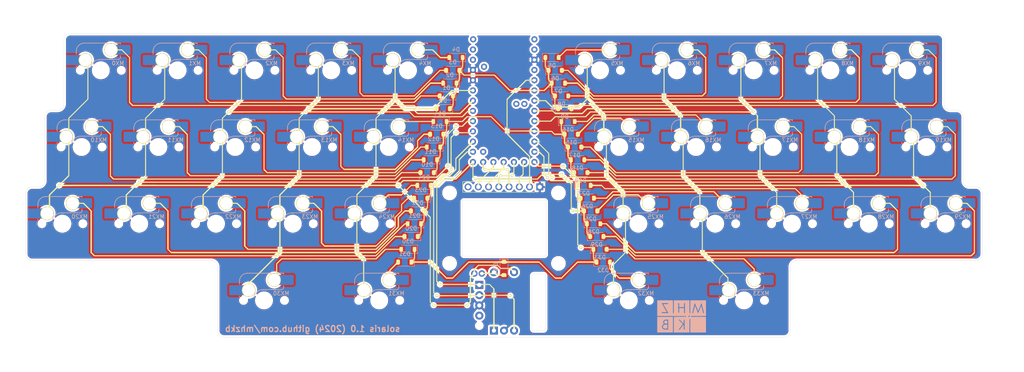
<source format=kicad_pcb>
(kicad_pcb (version 20240108) (generator "pcbnew") (generator_version "8.0")
  (layers (0 "F.Cu" signal) (31 "B.Cu" signal) (34 "B.Paste" user) (35 "F.Paste" user) (36 "B.SilkS" user "B.Silkscreen") (37 "F.SilkS" user "F.Silkscreen") (38 "B.Mask" user) (39 "F.Mask" user) (44 "Edge.Cuts" user))
  (net 0 "")
  (net 1 "MOTION")
  (net 2 "V_{IN}")
  (net 3 "GND")
  (net 4 "RESET")
  (net 5 "Net-(D1-A)")
  (net 6 "Net-(D2-A)")
  (net 7 "Net-(D3-A)")
  (net 8 "Net-(D4-A)")
  (net 9 "Net-(D5-A)")
  (net 10 "Net-(D6-A)")
  (net 11 "Net-(D7-A)")
  (net 12 "Net-(D8-A)")
  (net 13 "Net-(D9-A)")
  (net 14 "Net-(D10-A)")
  (net 15 "Net-(D11-A)")
  (net 16 "Net-(D12-A)")
  (net 17 "Net-(D13-A)")
  (net 18 "Net-(D14-A)")
  (net 19 "Net-(D15-A)")
  (net 20 "Net-(D16-A)")
  (net 21 "Net-(D17-A)")
  (net 22 "Net-(D18-A)")
  (net 23 "Net-(D19-A)")
  (net 24 "Net-(D20-A)")
  (net 25 "Net-(D21-A)")
  (net 26 "Net-(D22-A)")
  (net 27 "Net-(D23-A)")
  (net 28 "Net-(D24-A)")
  (net 29 "Net-(D25-A)")
  (net 30 "Net-(D26-A)")
  (net 31 "Net-(D27-A)")
  (net 32 "Net-(D28-A)")
  (net 33 "Net-(D29-A)")
  (net 34 "Net-(D30-A)")
  (net 35 "Net-(D31-A)")
  (net 36 "Net-(D32-A)")
  (net 37 "Net-(D33-A)")
  (net 38 "Net-(D34-A)")
  (net 39 "Net-(D0-A)")
  (net 40 "ROW0")
  (net 41 "ROW1")
  (net 42 "ROW2")
  (net 43 "ROW3")
  (net 44 "COL0")
  (net 45 "COL1")
  (net 46 "COL2")
  (net 47 "COL3")
  (net 48 "COL4")
  (net 49 "COL5")
  (net 50 "COL6")
  (net 51 "COL7")
  (net 52 "COL8")
  (net 53 "COL9")
  (net 54 "ENC_A")
  (net 55 "ENC_B")
  (net 66 "MOSI")
  (net 67 "SCLK")
  (net 68 "MISO")
  (net 69 "CS")
  (footprint "Keebio-Parts:RotaryEncoder_EC11-no-legs" (layer "F.Cu") (at 140.97 108.74375 90)
    (property "Reference" "SW0" (hide yes))
    (property "Value" "RotaryEncoder_Switch" (hide yes))
  )
  (footprint "pro_micro_rp2040:pro_micro_rp2040" (layer "F.Cu") (at 132.020625 75.634375)
    (property "Reference" "U0" (hide yes))
    (property "Value" "~")
  )
  (footprint "Connector_PinHeader_2.54mm:PinHeader_1x08_P2.54mm_Vertical" (layer "F.Cu") (at 149.8455 80.55275 -90)
    (property "Reference" "J1" (hide yes))
    (property "Value" "Conn_01x08")
  )
  (footprint "misc:EVQWGD001" (layer "F.Cu") (at 140.97 111.91875)
    (property "Reference" "SW1" (hide yes))
    (property "Value" "RotaryEncoder_Switch" (hide yes))
    (fp_line (start 6.9 -9.275) (end 6.9 3.875) (stroke (width 0.05)) (layer "Edge.Cuts"))
    (fp_line (start 7.425 4.4) (end 9.775 4.4) (stroke (width 0.05)) (layer "Edge.Cuts"))
    (fp_line (start 9.775 -9.8) (end 7.425 -9.8) (stroke (width 0.05)) (layer "Edge.Cuts"))
    (fp_line (start 10.3 3.875) (end 10.3 -9.275) (stroke (width 0.05)) (layer "Edge.Cuts"))
    (fp_arc (start 6.9 -9.275) (mid 7.053769 -9.646231) (end 7.425 -9.8) (stroke (width 0.05)) (layer "Edge.Cuts"))
    (fp_arc (start 7.425 4.4) (mid 7.053769 4.246231) (end 6.9 3.875) (stroke (width 0.05)) (layer "Edge.Cuts"))
    (fp_arc (start 9.775 -9.8) (mid 10.146231 -9.646231) (end 10.3 -9.275) (stroke (width 0.05)) (layer "Edge.Cuts"))
    (fp_arc (start 10.3 3.875) (mid 10.146231 4.246231) (end 9.775 4.4) (stroke (width 0.05)) (layer "Edge.Cuts"))
  )
  (footprint "LOGO" (layer "F.Cu") (at 141.8575 80.09375)
    (property "Reference" "G***" (hide yes))
    (property "Value" "LOGO" (hide yes))
  )
  (footprint "marbastlib-mx:SW_MX_HS_CPG151101S11_1.75u" (layer "B.Cu") (at 171.92625 108.74375 180)
    (property "Reference" "MX32")
    (property "Value" "MX_SW_HS")
  )
  (footprint "marbastlib-mx:SW_MX_HS_CPG151101S11_1u" (layer "B.Cu") (at 202.8825 51.59375 180)
    (property "Reference" "MX7")
    (property "Value" "MX_SW_HS")
  )
  (footprint "Diode_SMD:D_SOD-123" (layer "B.Cu") (at 164.7825 96.04375)
    (property "Reference" "D33")
    (property "Value" "D_Small")
  )
  (footprint "marbastlib-mx:SW_MX_HS_CPG151101S11_1u" (layer "B.Cu") (at 183.8325 51.59375 180)
    (property "Reference" "MX6")
    (property "Value" "MX_SW_HS")
  )
  (footprint "marbastlib-mx:SW_MX_HS_CPG151101S11_1u" (layer "B.Cu") (at 98.1075 51.59375 180)
    (property "Reference" "MX3")
    (property "Value" "MX_SW_HS")
  )
  (footprint "MountingHole:MountingHole_3.2mm_M3_ISO14580" (layer "B.Cu") (at 127.4705 99.55275 -90)
    (property "Reference" "H3" (hide yes))
    (property "Value" "MountingHole_Pad" (hide yes))
  )
  (footprint "Diode_SMD:D_SOD-123" (layer "B.Cu") (at 126.6825 57.94375 180)
    (property "Reference" "D1")
    (property "Value" "D_Small")
  )
  (footprint "Diode_SMD:D_SOD-123" (layer "B.Cu") (at 157.63875 67.46875)
    (property "Reference" "D15")
    (property "Value" "D_Small")
  )
  (footprint "marbastlib-mx:SW_MX_HS_CPG151101S11_1u" (layer "B.Cu") (at 207.645 70.64375 180)
    (property "Reference" "MX17")
    (property "Value" "MX_SW_HS")
  )
  (footprint "marbastlib-mx:SW_MX_HS_CPG151101S11_1u" (layer "B.Cu") (at 226.695 70.64375 180)
    (property "Reference" "MX18")
    (property "Value" "MX_SW_HS")
  )
  (footprint "marbastlib-mx:SW_MX_HS_CPG151101S11_1u" (layer "B.Cu") (at 245.745 70.64375 180)
    (property "Reference" "MX19")
    (property "Value" "MX_SW_HS")
  )
  (footprint "marbastlib-mx:SW_MX_HS_CPG151101S11_1u" (layer "B.Cu") (at 69.5325 89.69375 180)
    (property "Reference" "MX22")
    (property "Value" "MX_SW_HS")
  )
  (footprint "marbastlib-mx:SW_MX_HS_CPG151101S11_1u" (layer "B.Cu") (at 79.0575 51.59375 180)
    (property "Reference" "MX2")
    (property "Value" "MX_SW_HS")
  )
  (footprint "marbastlib-mx:SW_MX_HS_CPG151101S11_1u" (layer "B.Cu") (at 74.295 70.64375 180)
    (property "Reference" "MX12")
    (property "Value" "MX_SW_HS")
  )
  (footprint "Diode_SMD:D_SOD-123" (layer "B.Cu") (at 129.06375 48.41875 180)
    (property "Reference" "D4")
    (property "Value" "D_Small")
  )
  (footprint "LOGO" (layer "B.Cu") (at 185.023125 112.7125 180)
    (property "Reference" "G***")
    (property "Value" "LOGO" (hide yes))
  )
  (footprint "Diode_SMD:D_SOD-123" (layer "B.Cu") (at 120.3325 83.34375 180)
    (property "Reference" "D23")
    (property "Value" "D_Small")
  )
  (footprint "marbastlib-mx:SW_MX_HS_CPG151101S11_1u" (layer "B.Cu") (at 221.9325 51.59375 180)
    (property "Reference" "MX8")
    (property "Value" "MX_SW_HS")
  )
  (footprint "marbastlib-mx:SW_MX_HS_CPG151101S11_1u" (layer "B.Cu") (at 112.395 70.64375 180)
    (property "Reference" "MX14")
    (property "Value" "MX_SW_HS")
  )
  (footprint "marbastlib-mx:SW_MX_HS_CPG151101S11_1u" (layer "B.Cu") (at 117.1575 51.59375 180)
    (property "Reference" "MX4")
    (property "Value" "MX_SW_HS")
  )
  (footprint "Diode_SMD:D_SOD-123" (layer "B.Cu") (at 140.97 100.80625 -90)
    (property "Reference" "D34")
    (property "Value" "D_Small")
  )
  (footprint "marbastlib-mx:SW_MX_HS_CPG151101S11_1u" (layer "B.Cu") (at 164.7825 51.59375 180)
    (property "Reference" "MX5")
    (property "Value" "MX_SW_HS")
  )
  (footprint "Diode_SMD:D_SOD-123" (layer "B.Cu") (at 124.30125 67.46875 180)
    (property "Reference" "D13")
    (property "Value" "D_Small")
  )
  (footprint "Diode_SMD:D_SOD-123" (layer "B.Cu") (at 162.46375 86.51875)
    (property "Reference" "D25")
    (property "Value" "D_Small")
  )
  (footprint "Diode_SMD:D_SOD-123" (layer "B.Cu") (at 156.845 64.29375)
    (property "Reference" "D16")
    (property "Value" "D_Small")
  )
  (footprint "Diode_SMD:D_SOD-123" (layer "B.Cu") (at 160.02 76.99375)
    (property "Reference" "D19")
    (property "Value" "D_Small")
  )
  (footprint "Diode_SMD:D_SOD-123" (layer "B.Cu") (at 160.81375 80.16875)
    (property "Reference" "D27")
    (property "Value" "D_Small")
  )
  (footprint "marbastlib-mx:SW_MX_HS_CPG151101S11_1u" (layer "B.Cu") (at 169.545 70.64375 180)
    (property "Reference" "MX15")
    (property "Value" "MX_SW_HS")
  )
  (footprint "marbastlib-mx:SW_MX_HS_CPG151101S11_1u" (layer "B.Cu") (at 88.5825 89.69375 180)
    (property "Reference" "MX23")
    (property "Value" "MX_SW_HS")
  )
  (footprint "Diode_SMD:D_SOD-123" (layer "B.Cu") (at 163.195 89.69375)
    (property "Reference" "D28")
    (property "Value" "D_Small")
  )
  (footprint "Diode_SMD:D_SOD-123" (layer "B.Cu") (at 119.53875 86.51875 180)
    (property "Reference" "D22")
    (property "Value" "D_Small")
  )
  (footprint "Diode_SMD:D_SOD-123" (layer "B.Cu") (at 125.88875 61.11875 180)
    (property "Reference" "D0")
    (property "Value" "D_Small")
  )
  (footprint "marbastlib-mx:SW_MX_HS_CPG151101S11_1u" (layer "B.Cu") (at 250.5075 89.69375 180)
    (property "Reference" "MX29")
    (property "Value" "MX_SW_HS")
  )
  (footprint "Diode_SMD:D_SOD-123" (layer "B.Cu") (at 117.95125 92.86875 180)
    (property "Reference" "D20")
    (property "Value" "D_Small")
  )
  (footprint "Diode_SMD:D_SOD-123" (layer "B.Cu") (at 123.5075 70.64375 180)
    (property "Reference" "D12")
    (property "Value" "D_Small")
  )
  (footprint "Diode_SMD:D_SOD-123" (layer "B.Cu") (at 152.87625 48.41875)
    (property "Reference" "D5")
    (property "Value" "D_Small")
  )
  (footprint "Diode_SMD:D_SOD-123" (layer "B.Cu") (at 121.12625 80.16875 180)
    (property "Reference" "D24")
    (property "Value" "D_Small")
  )
  (footprint "marbastlib-mx:SW_MX_HS_CPG151101S11_1u" (layer "B.Cu") (at 36.195 70.64375 180)
    (property "Reference" "MX10")
    (property "Value" "MX_SW_HS")
  )
  (footprint "Diode_SMD:D_SOD-123" (layer "B.Cu") (at 127.53875 54.76875 180)
    (property "Reference" "D2")
    (property "Value" "D_Small")
  )
  (footprint "Diode_SMD:D_SOD-123" (layer "B.Cu") (at 118.745 89.69375 180)
    (property "Reference" "D21")
    (property "Value" "D_Small")
  )
  (footprint "marbastlib-mx:SW_MX_HS_CPG151101S11_1.25u" (layer "B.Cu") (at 81.43875 108.74375 180)
    (property "Reference" "MX30")
    (property "Value" "MX_SW_HS")
  )
  (footprint "Diode_SMD:D_SOD-123" (layer "B.Cu") (at 155.2575 57.94375)
    (property "Reference" "D8")
    (property "Value" "D_Small")
  )
  (footprint "marbastlib-mx:SW_MX_HS_CPG151101S11_1u" (layer "B.Cu") (at 31.4325 89.69375 180)
    (property "Reference" "MX20")
    (property "Value" "MX_SW_HS")
  )
  (footprint "Diode_SMD:D_SOD-123" (layer "B.Cu") (at 128.27 51.59375 180)
    (property "Reference" "D3")
    (property "Value" "D_Small")
  )
  (footprint "marbastlib-mx:SW_MX_HS_CPG151101S11_1u" (layer "B.Cu") (at 240.9825 51.59375 180)
    (property "Reference" "MX9")
    (property "Value" "MX_SW_HS")
  )
  (footprint "Diode_SMD:D_SOD-123" (layer "B.Cu") (at 117.1575 96.04375 180)
    (property "Reference" "D30")
    (property "Value" "D_Small")
  )
  (footprint "Diode_SMD:D_SOD-123" (layer "B.Cu") (at 161.6075 83.34375)
    (property "Reference" "D26")
    (property "Value" "D_Small")
  )
  (footprint "Diode_SMD:D_SOD-123" (layer "B.Cu") (at 163.98875 92.86875)
    (property "Reference" "D29")
    (property "Value" "D_Small")
  )
  (footprint "Diode_SMD:D_SOD-123" (layer "B.Cu") (at 125.095 64.29375 180)
    (property "Reference" "D14")
    (property "Value" "D_Small")
  )
  (footprint "Diode_SMD:D_SOD-123" (layer "B.Cu") (at 116.36375 99.21875 180)
    (property "Reference" "D31")
    (property "Value" "D_Small")
  )
  (footprint "Diode_SMD:D_SOD-123" (layer "B.Cu") (at 158.495 70.64375)
    (property "Reference" "D17")
    (property "Value" "D_Small")
  )
  (footprint "marbastlib-mx:SW_MX_HS_CPG151101S11_1u" (layer "B.Cu") (at 60.0075 51.59375 180)
    (property "Reference" "MX1")
    (property "Value" "MX_SW_HS")
  )
  (footprint "marbastlib-mx:SW_MX_HS_CPG151101S11_1u" (layer "B.Cu") (at 188.595 70.64375 180)
    (property "Reference" "MX16")
    (property "Value" "MX_SW_HS")
  )
  (footprint "Diode_SMD:D_SOD-123" (layer "B.Cu") (at 153.67 51.59375)
    (property "Reference" "D6")
    (property "Value" "D_Small")
  )
  (footprint "marbastlib-mx:SW_MX_HS_CPG151101S11_1u" (layer "B.Cu") (at 107.6325 89.69375 180)
    (property "Reference" "MX24")
    (property "Value" "MX_SW_HS")
  )
  (footprint "marbastlib-mx:SW_MX_HS_CPG151101S11_1u" (layer "B.Cu") (at 40.9575 51.59375 180)
    (property "Reference" "MX0")
    (property "Value" "MX_SW_HS")
  )
  (footprint "marbastlib-mx:SW_MX_HS_CPG151101S11_1u" (layer "B.Cu") (at 212.4075 89.69375 180)
    (property "Reference" "MX27")
    (property "Value" "MX_SW_HS")
  )
  (footprint "MountingHole:MountingHole_3.2mm_M3_ISO14580" (layer "B.Cu") (at 154.4705 82.05275 -90)
    (property "Reference" "H2" (hide yes))
    (property "Value" "MountingHole_Pad" (hide yes))
  )
  (footprint "Diode_SMD:D_SOD-123" (layer "B.Cu") (at 159.22625 73.81875)
    (property "Reference" "D18")
    (property "Value" "D_Small")
  )
  (footprint "marbastlib-mx:SW_MX_HS_CPG151101S11_1.75u" (layer "B.Cu") (at 110.01375 108.74375 180)
    (property "Reference" "MX31")
    (property "Value" "MX_SW_HS")
  )
  (footprint "Diode_SMD:D_SOD-123" (layer "B.Cu") (at 122.71375 73.81875 180)
    (property "Reference" "D11")
    (property "Value" "D_Small")
  )
  (footprint "Diode_SMD:D_SOD-123" (layer "B.Cu") (at 121.92 76.99375 180)
    (property "Reference" "D10")
    (property "Value" "D_Small")
  )
  (footprint "marbastlib-mx:SW_MX_HS_CPG151101S11_1u" (layer "B.Cu") (at 93.345 70.64375 180)
    (property "Reference" "MX13")
    (property "Value" "MX_SW_HS")
  )
  (footprint "marbastlib-mx:SW_MX_HS_CPG151101S11_1u" (layer "B.Cu") (at 55.245 70.64375 180)
    (property "Reference" "MX11")
    (property "Value" "MX_SW_HS")
  )
  (footprint "marbastlib-mx:SW_MX_HS_CPG151101S11_1u" (layer "B.Cu") (at 174.3075 89.69375 180)
    (property "Reference" "MX25")
    (property "Value" "MX_SW_HS")
  )
  (footprint "Diode_SMD:D_SOD-123" (layer "B.Cu") (at 165.57625 99.21875)
    (property "Reference" "D32")
    (property "Value" "D_Small")
  )
  (footprint "marbastlib-mx:SW_MX_HS_CPG151101S11_1u" (layer "B.Cu") (at 193.3575 89.69375 180)
    (property "Reference" "MX26")
    (property "Value" "MX_SW_HS")
  )
  (footprint "marbastlib-mx:SW_MX_HS_CPG151101S11_1.25u" (layer "B.Cu") (at 200.50125 108.74375 180)
    (property "Reference" "MX33")
    (property "Value" "MX_SW_HS")
  )
  (footprint "marbastlib-mx:SW_MX_HS_CPG151101S11_1u" (layer "B.Cu") (at 231.4575 89.69375 180)
    (property "Reference" "MX28")
    (property "Value" "MX_SW_HS")
  )
  (footprint "MountingHole:MountingHole_3.2mm_M3_ISO14580" (layer "B.Cu") (at 127.4705 82.05275 -90)
    (property "Reference" "H1" (hide yes))
    (property "Value" "MountingHole_Pad" (hide yes))
  )
  (footprint "MountingHole:MountingHole_3.2mm_M3_ISO14580" (layer "B.Cu") (at 154.4705 99.55275 -90)
    (property "Reference" "H4" (hide yes))
    (property "Value" "MountingHole_Pad" (hide yes))
  )
  (footprint "Diode_SMD:D_SOD-123" (layer "B.Cu") (at 154.46375 54.76875)
    (property "Reference" "D7")
    (property "Value" "D_Small")
  )
  (footprint "marbastlib-mx:SW_MX_HS_CPG151101S11_1u" (layer "B.Cu") (at 50.4825 89.69375 180)
    (property "Reference" "MX21")
    (property "Value" "MX_SW_HS")
  )
  (footprint "Diode_SMD:D_SOD-123" (layer "B.Cu") (at 156.05125 61.11875)
    (property "Reference" "D9")
    (property "Value" "D_Small")
  )
  (gr_line (start 213.598125 98.821875) (end 258.048125 98.821875) (stroke (width 0.05)) (layer "Edge.Cuts"))
  (gr_line (start 22.304375 82.153125) (end 22.304375 97.234375) (stroke (width 0.05)) (layer "Edge.Cuts"))
  (gr_line (start 23.891875 98.821875) (end 68.341875 98.821875) (stroke (width 0.05)) (layer "Edge.Cuts"))
  (gr_line (start 212.010625 116.284375) (end 212.010625 100.409375) (stroke (width 0.05)) (layer "Edge.Cuts"))
  (gr_line (start 27.066875 63.103125) (end 27.066875 78.978125) (stroke (width 0.05)) (layer "Edge.Cuts"))
  (gr_line (start 250.110625 59.928125) (end 250.110625 44.053125) (stroke (width 0.05)) (layer "Edge.Cuts"))
  (gr_arc (start 31.829375 44.053125) (mid 32.294343 42.930593) (end 33.416875 42.465625) (stroke (width 0.05)) (layer "Edge.Cuts"))
  (gr_arc (start 68.341875 98.821875) (mid 69.464425 99.28684) (end 69.929375 100.409375) (stroke (width 0.05)) (layer "Edge.Cuts"))
  (gr_arc (start 130.65125 84.216875) (mid 130.767492 83.936242) (end 131.048125 83.82) (stroke (width 0.05)) (layer "Edge.Cuts"))
  (gr_line (start 151.404992 84.216875) (end 151.404992 97.360626) (stroke (width 0.05)) (layer "Edge.Cuts"))
  (gr_line (start 248.523125 42.465625) (end 33.416875 42.465625) (stroke (width 0.05)) (layer "Edge.Cuts"))
  (gr_line (start 151.008117 97.757501) (end 131.048125 97.757501) (stroke (width 0.05)) (layer "Edge.Cuts"))
  (gr_arc (start 31.829375 59.928125) (mid 31.364407 61.050657) (end 30.241875 61.515625) (stroke (width 0.05)) (layer "Edge.Cuts"))
  (gr_arc (start 253.285625 61.515625) (mid 254.408175 61.98059) (end 254.873125 63.103125) (stroke (width 0.05)) (layer "Edge.Cuts"))
  (gr_line (start 25.479375 80.565625) (end 23.891875 80.565625) (stroke (width 0.05)) (layer "Edge.Cuts"))
  (gr_arc (start 259.635625 97.234375) (mid 259.170639 98.356875) (end 258.048125 98.821875) (stroke (width 0.05)) (layer "Edge.Cuts"))
  (gr_arc (start 151.008117 83.82) (mid 151.28875 83.936242) (end 151.404992 84.216875) (stroke (width 0.05)) (layer "Edge.Cuts"))
  (gr_line (start 253.285625 61.515625) (end 251.698125 61.515625) (stroke (width 0.05)) (layer "Edge.Cuts"))
  (gr_line (start 254.873125 78.978125) (end 254.873125 63.103125) (stroke (width 0.05)) (layer "Edge.Cuts"))
  (gr_arc (start 256.460625 80.565625) (mid 255.338075 80.10066) (end 254.873125 78.978125) (stroke (width 0.05)) (layer "Edge.Cuts"))
  (gr_arc (start 212.010625 116.284375) (mid 211.545639 117.406875) (end 210.423125 117.871875) (stroke (width 0.05)) (layer "Edge.Cuts"))
  (gr_arc (start 22.304375 82.153125) (mid 22.769343 81.030593) (end 23.891875 80.565625) (stroke (width 0.05)) (layer "Edge.Cuts"))
  (gr_line (start 69.929375 100.409375) (end 69.929375 116.284375) (stroke (width 0.05)) (layer "Edge.Cuts"))
  (gr_line (start 71.516875 117.871875) (end 210.423125 117.871875) (stroke (width 0.05)) (layer "Edge.Cuts"))
  (gr_line (start 31.829375 44.053125) (end 31.829375 59.928125) (stroke (width 0.05)) (layer "Edge.Cuts"))
  (gr_arc (start 131.048125 97.757501) (mid 130.767492 97.641259) (end 130.65125 97.360626) (stroke (width 0.05)) (layer "Edge.Cuts"))
  (gr_line (start 259.635625 97.234375) (end 259.635625 82.153125) (stroke (width 0.05)) (layer "Edge.Cuts"))
  (gr_arc (start 248.523125 42.465625) (mid 249.645675 42.93059) (end 250.110625 44.053125) (stroke (width 0.05)) (layer "Edge.Cuts"))
  (gr_arc (start 71.516875 117.871875) (mid 70.394325 117.40691) (end 69.929375 116.284375) (stroke (width 0.05)) (layer "Edge.Cuts"))
  (gr_line (start 30.241875 61.515625) (end 28.654375 61.515625) (stroke (width 0.05)) (layer "Edge.Cuts"))
  (gr_arc (start 27.066875 63.103125) (mid 27.531843 61.980593) (end 28.654375 61.515625) (stroke (width 0.05)) (layer "Edge.Cuts"))
  (gr_arc (start 251.698125 61.515625) (mid 250.575575 61.05066) (end 250.110625 59.928125) (stroke (width 0.05)) (layer "Edge.Cuts"))
  (gr_line (start 131.048125 83.82) (end 151.008117 83.82) (stroke (width 0.05)) (layer "Edge.Cuts"))
  (gr_arc (start 258.048125 80.565625) (mid 259.170675 81.03059) (end 259.635625 82.153125) (stroke (width 0.05)) (layer "Edge.Cuts"))
  (gr_arc (start 212.010625 100.409375) (mid 212.475611 99.286875) (end 213.598125 98.821875) (stroke (width 0.05)) (layer "Edge.Cuts"))
  (gr_arc (start 23.891875 98.821875) (mid 22.769325 98.35691) (end 22.304375 97.234375) (stroke (width 0.05)) (layer "Edge.Cuts"))
  (gr_line (start 258.048125 80.565625) (end 256.460625 80.565625) (stroke (width 0.05)) (layer "Edge.Cuts"))
  (gr_arc (start 27.066875 78.978125) (mid 26.601907 80.100657) (end 25.479375 80.565625) (stroke (width 0.05)) (layer "Edge.Cuts"))
  (gr_line (start 130.65125 97.360626) (end 130.65125 84.216875) (stroke (width 0.05)) (layer "Edge.Cuts"))
  (gr_arc (start 151.404992 97.360626) (mid 151.28875 97.641259) (end 151.008117 97.757501) (stroke (width 0.05)) (layer "Edge.Cuts"))
  (gr_text "solaris 1.0 (2024) github.com/mhzkb" (at 115.3575 116.68125 0) (layer "B.SilkS") (effects (font (size 1.5 1.5) (thickness 0.3) (bold yes)) (justify left bottom mirror)))
  (segment (start 138.350625 74.374375) (end 138.350625 75.644375) (width 0.2) (layer "F.Cu") (net 1))
  (segment (start 134.6055 79.3895) (end 134.6055 80.55275) (width 0.2) (layer "F.Cu") (net 1))
  (segment (start 138.350625 75.644375) (end 134.6055 79.3895) (width 0.2) (layer "F.Cu") (net 1))
  (segment (start 141.76375 58.7375) (end 141.76375 67.46875) (width 0.2) (layer "F.Cu") (net 2))
  (segment (start 147.32 80.53825) (end 147.3055 80.55275) (width 0.2) (layer "F.Cu") (net 2))
  (segment (start 147.32 73.025) (end 147.32 80.53825) (width 0.2) (layer "F.Cu") (net 2))
  (segment (start 141.76375 67.46875) (end 147.32 73.025) (width 0.2) (layer "F.Cu") (net 2))
  (segment (start 146.446875 54.054375) (end 141.76375 58.7375) (width 0.2) (layer "F.Cu") (net 2))
  (segment (start 148.510625 54.054375) (end 146.446875 54.054375) (width 0.2) (layer "F.Cu") (net 2))
  (segment (start 65.24625 46.51375) (end 62.5475 46.51375) (width 0.2) (layer "B.Cu") (net 5))
  (segment (start 67.15125 48.41875) (end 65.24625 46.51375) (width 0.2) (layer "B.Cu") (net 5))
  (segment (start 125.0325 57.94375) (end 120.3325 57.94375) (width 0.2) (layer "B.Cu") (net 5))
  (segment (start 67.15125 58.7375) (end 67.15125 48.41875) (width 0.2) (layer "B.Cu") (net 5))
  (segment (start 118.745 59.53125) (end 67.945 59.53125) (width 0.2) (layer "B.Cu") (net 5))
  (segment (start 67.945 59.53125) (end 67.15125 58.7375) (width 0.2) (layer "B.Cu") (net 5))
  (segment (start 120.3325 57.94375) (end 118.745 59.53125) (width 0.2) (layer "B.Cu") (net 5))
  (segment (start 125.88875 54.76875) (end 122.71375 54.76875) (width 0.2) (layer "B.Cu") (net 6))
  (segment (start 86.20125 57.94375) (end 86.20125 48.41875) (width 0.2) (layer "B.Cu") (net 6))
  (segment (start 84.29625 46.51375) (end 81.5975 46.51375) (width 0.2) (layer "B.Cu") (net 6))
  (segment (start 86.995 58.7375) (end 86.20125 57.94375) (width 0.2) (layer "B.Cu") (net 6))
  (segment (start 118.745 58.7375) (end 86.995 58.7375) (width 0.2) (layer "B.Cu") (net 6))
  (segment (start 122.71375 54.76875) (end 118.745 58.7375) (width 0.2) (layer "B.Cu") (net 6))
  (segment (start 86.20125 48.41875) (end 84.29625 46.51375) (width 0.2) (layer "B.Cu") (net 6))
  (segment (start 103.34625 46.51375) (end 100.6475 46.51375) (width 0.2) (layer "B.Cu") (net 7))
  (segment (start 105.25125 57.15) (end 105.25125 48.41875) (width 0.2) (layer "B.Cu") (net 7))
  (segment (start 105.25125 48.41875) (end 103.34625 46.51375) (width 0.2) (layer "B.Cu") (net 7))
  (segment (start 118.745 57.94375) (end 106.045 57.94375) (width 0.2) (layer "B.Cu") (net 7))
  (segment (start 125.095 51.59375) (end 118.745 57.94375) (width 0.2) (layer "B.Cu") (net 7))
  (segment (start 126.62 51.59375) (end 125.095 51.59375) (width 0.2) (layer "B.Cu") (net 7))
  (segment (start 106.045 57.94375) (end 105.25125 57.15) (width 0.2) (layer "B.Cu") (net 7))
  (segment (start 125.1525 48.41875) (end 123.2475 46.51375) (width 0.2) (layer "B.Cu") (net 8))
  (segment (start 123.2475 46.51375) (end 119.6975 46.51375) (width 0.2) (layer "B.Cu") (net 8))
  (segment (start 127.41375 48.41875) (end 125.1525 48.41875) (width 0.2) (layer "B.Cu") (net 8))
  (segment (start 154.52625 48.41875) (end 156.43125 46.51375) (width 0.2) (layer "B.Cu") (net 9))
  (segment (start 156.43125 46.51375) (end 167.3225 46.51375) (width 0.2) (layer "B.Cu") (net 9))
  (segment (start 155.32 51.59375) (end 156.845 51.59375) (width 0.2) (layer "B.Cu") (net 10))
  (segment (start 190.97625 57.15) (end 190.97625 48.41875) (width 0.2) (layer "B.Cu") (net 10))
  (segment (start 156.845 51.59375) (end 163.195 57.94375) (width 0.2) (layer "B.Cu") (net 10))
  (segment (start 189.07125 46.51375) (end 186.3725 46.51375) (width 0.2) (layer "B.Cu") (net 10))
  (segment (start 163.195 57.94375) (end 190.1825 57.94375) (width 0.2) (layer "B.Cu") (net 10))
  (segment (start 190.97625 48.41875) (end 189.07125 46.51375) (width 0.2) (layer "B.Cu") (net 10))
  (segment (start 190.1825 57.94375) (end 190.97625 57.15) (width 0.2) (layer "B.Cu") (net 10))
  (segment (start 210.02625 57.94375) (end 210.02625 48.41875) (width 0.2) (layer "B.Cu") (net 11))
  (segment (start 208.12125 46.51375) (end 205.4225 46.51375) (width 0.2) (layer "B.Cu") (net 11))
  (segment (start 156.11375 54.76875) (end 159.22625 54.76875) (width 0.2) (layer "B.Cu") (net 11))
  (segment (start 209.2325 58.7375) (end 210.02625 57.94375) (width 0.2) (layer "B.Cu") (net 11))
  (segment (start 163.195 58.7375) (end 209.2325 58.7375) (width 0.2) (layer "B.Cu") (net 11))
  (segment (start 210.02625 48.41875) (end 208.12125 46.51375) (width 0.2) (layer "B.Cu") (net 11))
  (segment (start 159.22625 54.76875) (end 163.195 58.7375) (width 0.2) (layer "B.Cu") (net 11))
  (segment (start 229.07625 48.41875) (end 227.17125 46.51375) (width 0.2) (layer "B.Cu") (net 12))
  (segment (start 161.6075 57.94375) (end 163.195 59.53125) (width 0.2) (layer "B.Cu") (net 12))
  (segment (start 227.17125 46.51375) (end 224.4725 46.51375) (width 0.2) (layer "B.Cu") (net 12))
  (segment (start 163.195 59.53125) (end 228.2825 59.53125) (width 0.2) (layer "B.Cu") (net 12))
  (segment (start 229.07625 58.7375) (end 229.07625 48.41875) (width 0.2) (layer "B.Cu") (net 12))
  (segment (start 156.9075 57.94375) (end 161.6075 57.94375) (width 0.2) (layer "B.Cu") (net 12))
  (segment (start 228.2825 59.53125) (end 229.07625 58.7375) (width 0.2) (layer "B.Cu") (net 12))
  (segment (start 247.3325 60.325) (end 248.12625 59.53125) (width 0.2) (layer "B.Cu") (net 13))
  (segment (start 158.495 60.325) (end 247.3325 60.325) (width 0.2) (layer "B.Cu") (net 13))
  (segment (start 248.12625 59.53125) (end 248.12625 48.41875) (width 0.2) (layer "B.Cu") (net 13))
  (segment (start 157.70125 61.11875) (end 158.495 60.325) (width 0.2) (layer "B.Cu") (net 13))
  (segment (start 246.22125 46.51375) (end 243.5225 46.51375) (width 0.2) (layer "B.Cu") (net 13))
  (segment (start 248.12625 48.41875) (end 246.22125 46.51375) (width 0.2) (layer "B.Cu") (net 13))
  (segment (start 115.57 76.99375) (end 113.9825 78.58125) (width 0.2) (layer "B.Cu") (net 14))
  (segment (start 41.43375 65.56375) (end 38.735 65.56375) (width 0.2) (layer "B.Cu") (net 14))
  (segment (start 43.33875 77.7875) (end 43.33875 67.46875) (width 0.2) (layer "B.Cu") (net 14))
  (segment (start 44.1325 78.58125) (end 43.33875 77.7875) (width 0.2) (layer "B.Cu") (net 14))
  (segment (start 120.27 76.99375) (end 115.57 76.99375) (width 0.2) (layer "B.Cu") (net 14))
  (segment (start 43.33875 67.46875) (end 41.43375 65.56375) (width 0.2) (layer "B.Cu") (net 14))
  (segment (start 113.9825 78.58125) (end 44.1325 78.58125) (width 0.2) (layer "B.Cu") (net 14))
  (segment (start 121.06375 73.81875) (end 117.95125 73.81875) (width 0.2) (layer "B.Cu") (net 15))
  (segment (start 63.1825 77.7875) (end 62.38875 76.99375) (width 0.2) (layer "B.Cu") (net 15))
  (segment (start 60.48375 65.56375) (end 57.785 65.56375) (width 0.2) (layer "B.Cu") (net 15))
  (segment (start 62.38875 67.46875) (end 60.48375 65.56375) (width 0.2) (layer "B.Cu") (net 15))
  (segment (start 62.38875 76.99375) (end 62.38875 67.46875) (width 0.2) (layer "B.Cu") (net 15))
  (segment (start 117.95125 73.81875) (end 113.9825 77.7875) (width 0.2) (layer "B.Cu") (net 15))
  (segment (start 113.9825 77.7875) (end 63.1825 77.7875) (width 0.2) (layer "B.Cu") (net 15))
  (segment (start 81.43875 67.46875) (end 79.53375 65.56375) (width 0.2) (layer "B.Cu") (net 16))
  (segment (start 113.9825 76.99375) (end 82.2325 76.99375) (width 0.2) (layer "B.Cu") (net 16))
  (segment (start 121.8575 70.64375) (end 120.3325 70.64375) (width 0.2) (layer "B.Cu") (net 16))
  (segment (start 81.43875 76.2) (end 81.43875 67.46875) (width 0.2) (layer "B.Cu") (net 16))
  (segment (start 82.2325 76.99375) (end 81.43875 76.2) (width 0.2) (layer "B.Cu") (net 16))
  (segment (start 120.3325 70.64375) (end 113.9825 76.99375) (width 0.2) (layer "B.Cu") (net 16))
  (segment (start 79.53375 65.56375) (end 76.835 65.56375) (width 0.2) (layer "B.Cu") (net 16))
  (segment (start 113.9825 76.2) (end 101.2825 76.2) (width 0.2) (layer "B.Cu") (net 17))
  (segment (start 100.48875 67.46875) (end 98.58375 65.56375) (width 0.2) (layer "B.Cu") (net 17))
  (segment (start 101.2825 76.2) (end 100.48875 75.40625) (width 0.2) (layer "B.Cu") (net 17))
  (segment (start 121.12625 67.46875) (end 119.53875 69.05625) (width 0.2) (layer "B.Cu") (net 17))
  (segment (start 122.65125 67.46875) (end 121.12625 67.46875) (width 0.2) (layer "B.Cu") (net 17))
  (segment (start 100.48875 75.40625) (end 100.48875 67.46875) (width 0.2) (layer "B.Cu") (net 17))
  (segment (start 119.53875 69.05625) (end 119.53875 70.64375) (width 0.2) (layer "B.Cu") (net 17))
  (segment (start 98.58375 65.56375) (end 95.885 65.56375) (width 0.2) (layer "B.Cu") (net 17))
  (segment (start 119.53875 70.64375) (end 113.9825 76.2) (width 0.2) (layer "B.Cu") (net 17))
  (segment (start 116.205 64.29375) (end 114.935 65.56375) (width 0.2) (layer "B.Cu") (net 18))
  (segment (start 123.445 64.29375) (end 116.205 64.29375) (width 0.2) (layer "B.Cu") (net 18))
  (segment (start 170.02125 63.5) (end 172.085 65.56375) (width 0.2) (layer "B.Cu") (net 19))
  (segment (start 159.28875 67.46875) (end 163.2575 63.5) (width 0.2) (layer "B.Cu") (net 19))
  (segment (start 163.2575 63.5) (end 170.02125 63.5) (width 0.2) (layer "B.Cu") (net 19))
  (segment (start 188.595 62.70625) (end 191.135 65.24625) (width 0.2) (layer "B.Cu") (net 20))
  (segment (start 158.495 64.29375) (end 161.6075 64.29375) (width 0.2) (layer "B.Cu") (net 20))
  (segment (start 163.195 62.70625) (end 188.595 62.70625) (width 0.2) (layer "B.Cu") (net 20))
  (segment (start 161.6075 64.29375) (end 163.195 62.70625) (width 0.2) (layer "B.Cu") (net 20))
  (segment (start 191.135 65.24625) (end 191.135 65.56375) (width 0.2) (layer "B.Cu") (net 20))
  (segment (start 214.78875 76.2) (end 214.78875 67.46875) (width 0.2) (layer "B.Cu") (net 21))
  (segment (start 168.75125 76.99375) (end 213.995 76.99375) (width 0.2) (layer "B.Cu") (net 21))
  (segment (start 213.995 76.99375) (end 214.78875 76.2) (width 0.2) (layer "B.Cu") (net 21))
  (segment (start 214.78875 67.46875) (end 212.88375 65.56375) (width 0.2) (layer "B.Cu") (net 21))
  (segment (start 212.88375 65.56375) (end 210.185 65.56375) (width 0.2) (layer "B.Cu") (net 21))
  (segment (start 162.40125 70.64375) (end 168.75125 76.99375) (width 0.2) (layer "B.Cu") (net 21))
  (segment (start 160.145 70.64375) (end 162.40125 70.64375) (width 0.2) (layer "B.Cu") (net 21))
  (segment (start 164.7825 73.81875) (end 168.75125 77.7875) (width 0.2) (layer "B.Cu") (net 22))
  (segment (start 233.83875 67.46875) (end 231.93375 65.56375) (width 0.2) (layer "B.Cu") (net 22))
  (segment (start 168.75125 77.7875) (end 233.045 77.7875) (width 0.2) (layer "B.Cu") (net 22))
  (segment (start 233.045 77.7875) (end 233.83875 76.99375) (width 0.2) (layer "B.Cu") (net 22))
  (segment (start 160.87625 73.81875) (end 164.7825 73.81875) (width 0.2) (layer "B.Cu") (net 22))
  (segment (start 231.93375 65.56375) (end 229.235 65.56375) (width 0.2) (layer "B.Cu") (net 22))
  (segment (start 233.83875 76.99375) (end 233.83875 67.46875) (width 0.2) (layer "B.Cu") (net 22))
  (segment (start 168.75125 78.58125) (end 252.095 78.58125) (width 0.2) (layer "B.Cu") (net 23))
  (segment (start 161.67 76.99375) (end 167.16375 76.99375) (width 0.2) (layer "B.Cu") (net 23))
  (segment (start 252.88875 77.7875) (end 252.88875 67.46875) (width 0.2) (layer "B.Cu") (net 23))
  (segment (start 252.095 78.58125) (end 252.88875 77.7875) (width 0.2) (layer "B.Cu") (net 23))
  (segment (start 250.98375 65.56375) (end 248.285 65.56375) (width 0.2) (layer "B.Cu") (net 23))
  (segment (start 167.16375 76.99375) (end 168.75125 78.58125) (width 0.2) (layer "B.Cu") (net 23))
  (segment (start 252.88875 67.46875) (end 250.98375 65.56375) (width 0.2) (layer "B.Cu") (net 23))
  (segment (start 116.30125 92.86875) (end 113.9825 92.86875) (width 0.2) (layer "B.Cu") (net 24))
  (segment (start 38.57625 86.51875) (end 36.67125 84.61375) (width 0.2) (layer "B.Cu") (net 24))
  (segment (start 38.57625 96.8375) (end 38.57625 86.51875) (width 0.2) (layer "B.Cu") (net 24))
  (segment (start 39.37 97.63125) (end 38.57625 96.8375) (width 0.2) (layer "B.Cu") (net 24))
  (segment (start 36.67125 84.61375) (end 33.9725 84.61375) (width 0.2) (layer "B.Cu") (net 24))
  (segment (start 109.22 97.63125) (end 39.37 97.63125) (width 0.2) (layer "B.Cu") (net 24))
  (segment (start 113.9825 92.86875) (end 109.22 97.63125) (width 0.2) (layer "B.Cu") (net 24))
  (segment (start 109.22 96.8375) (end 58.42 96.8375) (width 0.2) (layer "B.Cu") (net 25))
  (segment (start 55.72125 84.61375) (end 53.0225 84.61375) (width 0.2) (layer "B.Cu") (net 25))
  (segment (start 57.62625 86.51875) (end 55.72125 84.61375) (width 0.2) (layer "B.Cu") (net 25))
  (segment (start 57.62625 96.04375) (end 57.62625 86.51875) (width 0.2) (layer "B.Cu") (net 25))
  (segment (start 117.095 89.69375) (end 116.36375 89.69375) (width 0.2) (layer "B.Cu") (net 25))
  (segment (start 116.36375 89.69375) (end 109.22 96.8375) (width 0.2) (layer "B.Cu") (net 25))
  (segment (start 58.42 96.8375) (end 57.62625 96.04375) (width 0.2) (layer "B.Cu") (net 25))
  (segment (start 117.88875 86.51875) (end 116.36375 86.51875) (width 0.2) (layer "B.Cu") (net 26))
  (segment (start 114.77625 88.10625) (end 114.77625 90.4875) (width 0.2) (layer "B.Cu") (net 26))
  (segment (start 116.36375 86.51875) (end 114.77625 88.10625) (width 0.2) (layer "B.Cu") (net 26))
  (segment (start 76.67625 95.25) (end 76.67625 86.51875) (width 0.2) (layer "B.Cu") (net 26))
  (segment (start 109.22 96.04375) (end 77.47 96.04375) (width 0.2) (layer "B.Cu") (net 26))
  (segment (start 74.77125 84.61375) (end 72.0725 84.61375) (width 0.2) (layer "B.Cu") (net 26))
  (segment (start 114.77625 90.4875) (end 109.22 96.04375) (width 0.2) (layer "B.Cu") (net 26))
  (segment (start 77.47 96.04375) (end 76.67625 95.25) (width 0.2) (layer "B.Cu") (net 26))
  (segment (start 76.67625 86.51875) (end 74.77125 84.61375) (width 0.2) (layer "B.Cu") (net 26))
  (segment (start 113.9825 88.10625) (end 113.9825 90.4875) (width 0.2) (layer "B.Cu") (net 27))
  (segment (start 113.9825 90.4875) (end 109.22 95.25) (width 0.2) (layer "B.Cu") (net 27))
  (segment (start 115.57 84.93125) (end 115.57 86.51875) (width 0.2) (layer "B.Cu") (net 27))
  (segment (start 96.52 95.25) (end 95.72625 94.45625) (width 0.2) (layer "B.Cu") (net 27))
  (segment (start 95.72625 94.45625) (end 95.72625 86.51875) (width 0.2) (layer "B.Cu") (net 27))
  (segment (start 118.6825 83.34375) (end 117.1575 83.34375) (width 0.2) (layer "B.Cu") (net 27))
  (segment (start 95.72625 86.51875) (end 93.82125 84.61375) (width 0.2) (layer "B.Cu") (net 27))
  (segment (start 115.57 86.51875) (end 113.9825 88.10625) (width 0.2) (layer "B.Cu") (net 27))
  (segment (start 93.82125 84.61375) (end 91.1225 84.61375) (width 0.2) (layer "B.Cu") (net 27))
  (segment (start 109.22 95.25) (end 96.52 95.25) (width 0.2) (layer "B.Cu") (net 27))
  (segment (start 117.1575 83.34375) (end 115.57 84.93125) (width 0.2) (layer "B.Cu") (net 27))
  (segment (start 119.47625 80.16875) (end 117.95125 80.16875) (width 0.2) (layer "B.Cu") (net 28))
  (segment (start 112.23625 82.55) (end 110.1725 84.61375) (width 0.2) (layer "B.Cu") (net 28))
  (segment (start 117.95125 80.16875) (end 115.57 82.55) (width 0.2) (layer "B.Cu") (net 28))
  (segment (start 115.57 82.55) (end 112.23625 82.55) (width 0.2) (layer "B.Cu") (net 28))
  (segment (start 174.3075 82.55) (end 176.37125 84.61375) (width 0.2) (layer "B.Cu") (net 29))
  (segment (start 168.0825 82.55) (end 174.3075 82.55) (width 0.2) (layer "B.Cu") (net 29))
  (segment (start 164.11375 86.51875) (end 168.0825 82.55) (width 0.2) (layer "B.Cu") (net 29))
  (segment (start 176.37125 84.61375) (end 176.8475 84.61375) (width 0.2) (layer "B.Cu") (net 29))
  (segment (start 163.2575 83.34375) (end 166.37 83.34375) (width 0.2) (layer "B.Cu") (net 30))
  (segment (start 193.04 81.75625) (end 195.8975 84.61375) (width 0.2) (layer "B.Cu") (net 30))
  (segment (start 167.9575 81.75625) (end 193.04 81.75625) (width 0.2) (layer "B.Cu") (net 30))
  (segment (start 166.37 83.34375) (end 167.9575 81.75625) (width 0.2) (layer "B.Cu") (net 30))
  (segment (start 214.9475 82.70875) (end 213.20125 80.9625) (width 0.2) (layer "B.Cu") (net 31))
  (segment (start 214.9475 84.61375) (end 214.9475 82.70875) (width 0.2) (layer "B.Cu") (net 31))
  (segment (start 165.179375 80.16875) (end 162.46375 80.16875) (width 0.2) (layer "B.Cu") (net 31))
  (segment (start 213.20125 80.9625) (end 165.973125 80.9625) (width 0.2) (layer "B.Cu") (net 31))
  (segment (start 165.973125 80.9625) (end 165.179375 80.16875) (width 0.2) (layer "B.Cu") (net 31))
  (segment (start 237.8075 96.8375) (end 238.60125 96.04375) (width 0.2) (layer "B.Cu") (net 32))
  (segment (start 173.51375 96.8375) (end 237.8075 96.8375) (width 0.2) (layer "B.Cu") (net 32))
  (segment (start 164.845 89.69375) (end 166.37 89.69375) (width 0.2) (layer "B.Cu") (net 32))
  (segment (start 166.37 89.69375) (end 173.51375 96.8375) (width 0.2) (layer "B.Cu") (net 32))
  (segment (start 238.60125 96.04375) (end 238.60125 86.51875) (width 0.2) (layer "B.Cu") (net 32))
  (segment (start 238.60125 86.51875) (end 236.69625 84.61375) (width 0.2) (layer "B.Cu") (net 32))
  (segment (start 236.69625 84.61375) (end 233.9975 84.61375) (width 0.2) (layer "B.Cu") (net 32))
  (segment (start 165.63875 92.86875) (end 168.75125 92.86875) (width 0.2) (layer "B.Cu") (net 33))
  (segment (start 257.65125 96.8375) (end 257.65125 86.51875) (width 0.2) (layer "B.Cu") (net 33))
  (segment (start 173.51375 97.63125) (end 256.8575 97.63125) (width 0.2) (layer "B.Cu") (net 33))
  (segment (start 257.65125 86.51875) (end 255.74625 84.61375) (width 0.2) (layer "B.Cu") (net 33))
  (segment (start 255.74625 84.61375) (end 253.0475 84.61375) (width 0.2) (layer "B.Cu") (net 33))
  (segment (start 256.8575 97.63125) (end 257.65125 96.8375) (width 0.2) (layer "B.Cu") (net 33))
  (segment (start 168.75125 92.86875) (end 173.51375 97.63125) (width 0.2) (layer "B.Cu") (net 33))
  (segment (start 109.22 98.425) (end 85.804375 98.425) (width 0.2) (layer "B.Cu") (net 34))
  (segment (start 84.61375 103.02875) (end 83.97875 103.66375) (width 0.2) (layer "B.Cu") (net 34))
  (segment (start 85.804375 98.425) (end 84.61375 99.615625) (width 0.2) (layer "B.Cu") (net 34))
  (segment (start 115.5075 96.04375) (end 111.60125 96.04375) (width 0.2) (layer "B.Cu") (net 34))
  (segment (start 111.60125 96.04375) (end 109.22 98.425) (width 0.2) (layer "B.Cu") (net 34))
  (segment (start 84.61375 99.615625) (end 84.61375 103.02875) (width 0.2) (layer "B.Cu") (net 34))
  (segment (start 114.71375 99.21875) (end 112.55375 101.37875) (width 0.2) (layer "B.Cu") (net 35))
  (segment (start 112.55375 101.37875) (end 112.55375 103.66375) (width 0.2) (layer "B.Cu") (net 35))
  (segment (start 167.22625 99.21875) (end 167.22625 100.86875) (width 0.2) (layer "B.Cu") (net 36))
  (segment (start 167.22625 100.86875) (end 169.545 103.1875) (width 0.2) (layer "B.Cu") (net 36))
  (segment (start 169.545 103.1875) (end 173.99 103.1875) (width 0.2) (layer "B.Cu") (net 36))
  (segment (start 173.99 103.1875) (end 174.46625 103.66375) (width 0.2) (layer "B.Cu") (net 36))
  (segment (start 200.50125 98.425) (end 203.04125 100.965) (width 0.2) (layer "B.Cu") (net 37))
  (segment (start 203.04125 100.965) (end 203.04125 103.66375) (width 0.2) (layer "B.Cu") (net 37))
  (segment (start 173.51375 98.425) (end 200.50125 98.425) (width 0.2) (layer "B.Cu") (net 37))
  (segment (start 166.4325 96.04375) (end 171.1325 96.04375) (width 0.2) (layer "B.Cu") (net 37))
  (segment (start 171.1325 96.04375) (end 173.51375 98.425) (width 0.2) (layer "B.Cu") (net 37))
  (segment (start 140.97 102.45625) (end 139.1825 102.45625) (width 0.2) (layer "B.Cu") (net 38))
  (segment (start 138.145 102.06875) (end 135.47 102.06875) (width 0.2) (layer "B.Cu") (net 38))
  (segment (start 139.1825 102.45625) (end 138.47 101.74375) (width 0.2) (layer "B.Cu") (net 38))
  (segment (start 138.47 101.74375) (end 138.145 102.06875) (width 0.2) (layer "B.Cu") (net 38))
  (segment (start 48.10125 59.53125) (end 48.10125 48.41875) (width 0.2) (layer "B.Cu") (net 39))
  (segment (start 118.745 60.325) (end 48.895 60.325) (width 0.2) (layer "B.Cu") (net 39))
  (segment (start 48.895 60.325) (end 48.10125 59.53125) (width 0.2) (layer "B.Cu") (net 39))
  (segment (start 46.19625 46.51375) (end 43.4975 46.51375) (width 0.2) (layer "B.Cu") (net 39))
  (segment (start 119.53875 61.11875) (end 118.745 60.325) (width 0.2) (layer "B.Cu") (net 39))
  (segment (start 48.10125 48.41875) (end 46.19625 46.51375) (width 0.2) (layer "B.Cu") (net 39))
  (segment (start 124.23875 61.11875) (end 119.53875 61.11875) (width 0.2) (layer "B.Cu") (net 39))
  (segment (start 152.02 51.59375) (end 152.02 53.975) (width 0.2) (layer "B.Cu") (net 40))
  (segment (start 128.3325 60.325) (end 127.53875 61.11875) (width 0.2) (layer "B.Cu") (net 40))
  (segment (start 130.71375 48.41875) (end 130.71375 50.8) (width 0.2) (layer "B.Cu") (net 40))
  (segment (start 153.6075 57.94375) (end 153.6075 60.325) (width 0.2) (layer "B.Cu") (net 40))
  (segment (start 153.6075 60.325) (end 154.40125 61.11875) (width 0.2) (layer "B.Cu") (net 40))
  (segment (start 129.18875 54.76875) (end 129.18875 57.0875) (width 0.2) (layer "B.Cu") (net 40))
  (segment (start 129.92 51.65625) (end 131.048125 52.784375) (width 0.2) (layer "B.Cu") (net 40))
  (segment (start 129.18875 57.0875) (end 128.3325 57.94375) (width 0.2) (layer "B.Cu") (net 40))
  (segment (start 131.048125 52.784375) (end 138.58875 52.784375) (width 0.2) (layer "B.Cu") (net 40))
  (segment (start 152.81375 57.15) (end 153.6075 57.94375) (width 0.2) (layer "B.Cu") (net 40))
  (segment (start 152.81375 54.76875) (end 152.81375 57.15) (width 0.2) (layer "B.Cu") (net 40))
  (segment (start 129.92 54.0375) (end 129.18875 54.76875) (width 0.2) (layer "B.Cu") (net 40))
  (segment (start 129.92 51.59375) (end 129.92 51.65625) (width 0.2) (layer "B.Cu") (net 40))
  (segment (start 152.02 53.975) (end 152.81375 54.76875) (width 0.2) (layer "B.Cu") (net 40))
  (segment (start 151.22625 48.41875) (end 151.22625 50.8) (width 0.2) (layer "B.Cu") (net 40))
  (segment (start 150.988125 56.594375) (end 152.81375 54.76875) (width 0.2) (layer "B.Cu") (net 40))
  (segment (start 130.71375 50.8) (end 129.92 51.59375) (width 0.2) (layer "B.Cu") (net 40))
  (segment (start 142.39875 56.594375) (end 148.510625 56.594375) (width 0.2) (layer "B.Cu") (net 40))
  (segment (start 138.58875 52.784375) (end 142.39875 56.594375) (width 0.2) (layer "B.Cu") (net 40))
  (segment (start 128.3325 57.94375) (end 128.3325 60.325) (width 0.2) (layer "B.Cu") (net 40))
  (segment (start 129.92 51.59375) (end 129.92 54.0375) (width 0.2) (layer "B.Cu") (net 40))
  (segment (start 151.22625 50.8) (end 152.02 51.59375) (width 0.2) (layer "B.Cu") (net 40))
  (segment (start 148.510625 56.594375) (end 150.988125 56.594375) (width 0.2) (layer "B.Cu") (net 40))
  (segment (start 125.95125 67.46875) (end 125.95125 69.85) (width 0.2) (layer "B.Cu") (net 41))
  (segment (start 156.845 70.64375) (end 156.845 73.0875) (width 0.2) (layer "B.Cu") (net 41))
  (segment (start 148.43125 66.675) (end 148.510625 66.754375) (width 0.2) (layer "B.Cu") (net 41))
  (segment (start 156.845 73.0875) (end 157.57625 73.81875) (width 0.2) (layer "B.Cu") (net 41))
  (segment (start 126.745 64.29375) (end 130.65125 64.29375) (width 0.2) (layer "B.Cu") (net 41))
  (segment (start 126.745 64.29375) (end 126.745 66.675) (width 0.2) (layer "B.Cu") (net 41))
  (segment (start 148.510625 66.754375) (end 152.796875 66.754375) (width 0.2) (layer "B.Cu") (net 41))
  (segment (start 155.98875 67.46875) (end 155.98875 69.7875) (width 0.2) (layer "B.Cu") (net 41))
  (segment (start 125.1575 73.025) (end 124.36375 73.81875) (width 0.2) (layer "B.Cu") (net 41))
  (segment (start 124.36375 76.2) (end 123.57 76.99375) (width 0.2) (layer "B.Cu") (net 41))
  (segment (start 125.1575 70.64375) (end 125.1575 73.025) (width 0.2) (layer "B.Cu") (net 41))
  (segment (start 131.841875 63.103125) (end 137.795 63.103125) (width 0.2) (layer "B.Cu") (net 41))
  (segment (start 155.98875 69.7875) (end 156.845 70.64375) (width 0.2) (layer "B.Cu") (net 41))
  (segment (start 137.795 63.103125) (end 141.366875 66.675) (width 0.2) (layer "B.Cu") (net 41))
  (segment (start 153.51125 67.46875) (end 155.98875 67.46875) (width 0.2) (layer "B.Cu") (net 41))
  (segment (start 157.57625 73.81875) (end 157.57625 76.2) (width 0.2) (layer "B.Cu") (net 41))
  (segment (start 141.366875 66.675) (end 148.43125 66.675) (width 0.2) (layer "B.Cu") (net 41))
  (segment (start 130.65125 64.29375) (end 131.841875 63.103125) (width 0.2) (layer "B.Cu") (net 41))
  (segment (start 152.796875 66.754375) (end 153.51125 67.46875) (width 0.2) (layer "B.Cu") (net 41))
  (segment (start 157.57625 76.2) (end 158.37 76.99375) (width 0.2) (layer "B.Cu") (net 41))
  (segment (start 125.95125 69.85) (end 125.1575 70.64375) (width 0.2) (layer "B.Cu") (net 41))
  (segment (start 124.36375 73.81875) (end 124.36375 76.2) (width 0.2) (layer "B.Cu") (net 41))
  (segment (start 155.195 64.29375) (end 155.195 66.675) (width 0.2) (layer "B.Cu") (net 41))
  (segment (start 155.195 66.675) (end 155.98875 67.46875) (width 0.2) (layer "B.Cu") (net 41))
  (segment (start 126.745 66.675) (end 125.95125 67.46875) (width 0.2) (layer "B.Cu") (net 41))
  (segment (start 157.63875 84.534375) (end 157.63875 86.121875) (width 0.2) (layer "F.Cu") (net 42))
  (segment (start 157.63875 86.121875) (end 158.035625 86.51875) (width 0.2) (layer "F.Cu") (net 42))
  (segment (start 155.2575 77.390625) (end 157.63875 79.771875) (width 0.2) (layer "F.Cu") (net 42))
  (segment (start 133.270625 78.025625) (end 133.82625 78.58125) (width 0.2) (layer "F.Cu") (net 42))
  (segment (start 133.270625 74.374375) (end 133.270625 78.025625) (width 0.2) (layer "F.Cu") (net 42))
  (segment (start 157.63875 79.771875) (end 157.63875 84.534375) (width 0.2) (layer "F.Cu") (net 42))
  (via (at 133.82625 78.58125) (size 0.6) (drill 0.3) (layers "F.Cu" "B.Cu") (net 42))
  (via (at 155.2575 77.390625) (size 0.6) (drill 0.3) (layers "F.Cu" "B.Cu") (net 42))
  (via (at 158.035625 86.51875) (size 0.6) (drill 0.3) (layers "F.Cu" "B.Cu") (net 42))
  (segment (start 133.270625 74.374375) (end 129.06375 78.58125) (width 0.2) (layer "B.Cu") (net 42))
  (segment (start 160.81375 88.9625) (end 161.545 89.69375) (width 0.2) (layer "B.Cu") (net 42))
  (segment (start 150.495 77.390625) (end 155.2575 77.390625) (width 0.2) (layer "B.Cu") (net 42))
  (segment (start 129.06375 78.58125) (end 126.285625 78.58125) (width 0.2) (layer "B.Cu") (net 42))
  (segment (start 159.9575 83.34375) (end 159.9575 85.6625) (width 0.2) (layer "B.Cu") (net 42))
  (segment (start 121.18875 86.51875) (end 121.18875 88.9) (width 0.2) (layer "B.Cu") (net 42))
  (segment (start 121.9825 83.34375) (end 121.9825 85.725) (width 0.2) (layer "B.Cu") (net 42))
  (segment (start 159.16375 82.55) (end 159.9575 83.34375) (width 0.2) (layer "B.Cu") (net 42))
  (segment (start 124.698125 80.16875) (end 122.77625 80.16875) (width 0.2) (layer "B.Cu") (net 42))
  (segment (start 122.77625 80.16875) (end 122.77625 82.55) (width 0.2) (layer "B.Cu") (net 42))
  (segment (start 121.18875 88.9) (end 120.395 89.69375) (width 0.2) (layer "B.Cu") (net 42))
  (segment (start 149.304375 78.58125) (end 150.495 77.390625) (width 0.2) (layer "B.Cu") (net 42))
  (segment (start 120.395 92.075) (end 119.60125 92.86875) (width 0.2) (layer "B.Cu") (net 42))
  (segment (start 121.9825 85.725) (end 121.18875 86.51875) (width 0.2) (layer "B.Cu") (net 42))
  (segment (start 159.16375 80.16875) (end 159.16375 82.55) (width 0.2) (layer "B.Cu") (net 42))
  (segment (start 158.035625 86.51875) (end 160.81375 86.51875) (width 0.2) (layer "B.Cu") (net 42))
  (segment (start 133.82625 78.58125) (end 149.304375 78.58125) (width 0.2) (layer "B.Cu") (net 42))
  (segment (start 161.545 92.075) (end 162.33875 92.86875) (width 0.2) (layer "B.Cu") (net 42))
  (segment (start 120.395 89.69375) (end 120.395 92.075) (width 0.2) (layer "B.Cu") (net 42))
  (segment (start 159.9575 85.6625) (end 160.81375 86.51875) (width 0.2) (layer "B.Cu") (net 42))
  (segment (start 126.285625 78.58125) (end 124.698125 80.16875) (width 0.2) (layer "B.Cu") (net 42))
  (segment (start 160.81375 86.51875) (end 160.81375 88.9625) (width 0.2) (layer "B.Cu") (net 42))
  (segment (start 161.545 89.69375) (end 161.545 92.075) (width 0.2) (layer "B.Cu") (net 42))
  (segment (start 122.77625 82.55) (end 121.9825 83.34375) (width 0.2) (layer "B.Cu") (net 42))
  (segment (start 155.654375 75.40625) (end 159.22625 78.978125) (width 0.2) (layer "F.Cu") (net 43))
  (segment (start 159.22625 78.978125) (end 159.22625 94.853125) (width 0.2) (layer "F.Cu") (net 43))
  (segment (start 159.22625 94.853125) (end 160.02 95.646875) (width 0.2) (layer "F.Cu") (net 43))
  (via (at 155.654375 75.40625) (size 0.6) (drill 0.3) (layers "F.Cu" "B.Cu") (net 43))
  (via (at 160.02 95.646875) (size 0.6) (drill 0.3) (layers "F.Cu" "B.Cu") (net 43))
  (segment (start 148.510625 74.374375) (end 149.5425 75.40625) (width 0.2) (layer "B.Cu") (net 43))
  (segment (start 128.27 103.1875) (end 132.23875 99.21875) (width 0.2) (layer "B.Cu") (net 43))
  (segment (start 118.01375 99.21875) (end 122.71375 99.21875) (width 0.2) (layer "B.Cu") (net 43))
  (segment (start 141.0325 99.21875) (end 140.97 99.15625) (width 0.2) (layer "B.Cu") (net 43))
  (segment (start 160.02 95.646875) (end 162.735625 95.646875) (width 0.2) (layer "B.Cu") (net 43))
  (segment (start 149.70125 99.21875) (end 141.0325 99.21875) (width 0.2) (layer "B.Cu") (net 43))
  (segment (start 155.2575 103.1875) (end 153.67 103.1875) (width 0.2) (layer "B.Cu") (net 43))
  (segment (start 159.22625 99.21875) (end 155.2575 103.1875) (width 0.2) (layer "B.Cu") (net 43))
  (segment (start 118.8075 96.04375) (end 118.8075 98.425) (width 0.2) (layer "B.Cu") (net 43))
  (segment (start 122.71375 99.21875) (end 126.6825 103.1875) (width 0.2) (layer "B.Cu") (net 43))
  (segment (start 118.8075 98.425) (end 118.01375 99.21875) (width 0.2) (layer "B.Cu") (net 43))
  (segment (start 140.9075 99.21875) (end 140.97 99.15625) (width 0.2) (layer "B.Cu") (net 43))
  (segment (start 126.6825 103.1875) (end 128.27 103.1875) (width 0.2) (layer "B.Cu") (net 43))
  (segment (start 149.5425 75.40625) (end 154.860625 75.40625) (width 0.2) (layer "B.Cu") (net 43))
  (segment (start 153.67 103.1875) (end 149.70125 99.21875) (width 0.2) (layer "B.Cu") (net 43))
  (segment (start 154.860625 75.40625) (end 155.654375 75.40625) (width 0.2) (layer "B.Cu") (net 43))
  (segment (start 163.1325 96.04375) (end 163.1325 98.425) (width 0.2) (layer "B.Cu") (net 43))
  (segment (start 163.92625 99.21875) (end 159.22625 99.21875) (width 0.2) (layer "B.Cu") (net 43))
  (segment (start 132.23875 99.21875) (end 140.9075 99.21875) (width 0.2) (layer "B.Cu") (net 43))
  (segment (start 163.1325 98.425) (end 163.92625 99.21875) (width 0.2) (layer "B.Cu") (net 43))
  (segment (start 162.735625 95.646875) (end 163.1325 96.04375) (width 0.2) (layer "B.Cu") (net 43))
  (segment (start 129.06375 67.071875) (end 127.873125 68.2625) (width 0.2) (layer "F.Cu") (net 44))
  (segment (start 37.1475 49.05375) (end 37.7825 49.68875) (width 0.2) (layer "F.Cu") (net 44))
  (segment (start 30.63875 80.16875) (end 28.2575 82.55) (width 0.2) (layer "F.Cu") (net 44))
  (segment (start 33.02 77.7875) (end 30.63875 80.16875) (width 0.2) (layer "F.Cu") (net 44))
  (segment (start 122.71375 109.140625) (end 123.5075 109.934375) (width 0.2) (layer "F.Cu") (net 44))
  (segment (start 32.385 68.10375) (end 33.02 68.73875) (width 0.2) (layer "F.Cu") (net 44))
  (segment (start 132.635625 109.140625) (end 132.635625 103.053125) (width 0.2) (layer "F.Cu") (net 44))
  (segment (start 127.873125 68.2625) (end 127.873125 76.2) (width 0.2) (layer "F.Cu") (net 44))
  (segment (start 28.2575 86.51875) (end 27.6225 87.15375) (width 0.2) (layer "F.Cu") (net 44))
  (segment (start 122.71375 107.95) (end 122.71375 109.140625) (width 0.2) (layer "F.Cu") (net 44))
  (segment (start 37.7825 49.68875) (end 37.7825 58.7375) (width 0.2) (layer "F.Cu") (net 44))
  (segment (start 122.316875 87.709375) (end 122.71375 88.10625) (width 0.2) (layer "F.Cu") (net 44))
  (segment (start 33.02 68.73875) (end 33.02 77.7875) (width 0.2) (layer "F.Cu") (net 44))
  (segment (start 132.635625 103.053125) (end 133.62 102.06875) (width 0.2) (layer "F.Cu") (net 44))
  (segment (start 114.77625 80.16875) (end 122.316875 87.709375) (width 0.2) (layer "F.Cu") (net 44))
  (segment (start 33.02 63.5) (end 33.02 67.46875) (width 0.2) (layer "F.Cu") (net 44))
  (segment (start 33.02 67.46875) (end 32.385 68.10375) (width 0.2) (layer "F.Cu") (net 44))
  (segment (start 28.2575 82.55) (end 28.2575 86.51875) (width 0.2) (layer "F.Cu") (net 44))
  (segment (start 131.841875 109.934375) (end 132.635625 109.140625) (width 0.2) (layer "F.Cu") (net 44))
  (segment (start 122.71375 88.10625) (end 122.71375 107.95) (width 0.2) (layer "F.Cu") (net 44))
  (segment (start 37.7825 58.7375) (end 33.02 63.5) (width 0.2) (layer "F.Cu") (net 44))
  (via (at 127.873125 76.2) (size 0.6) (drill 0.3) (layers "F.Cu" "B.Cu") (net 44))
  (via (at 129.06375 67.071875) (size 0.6) (drill 0.3) (layers "F.Cu" "B.Cu") (net 44))
  (via (at 114.77625 80.16875) (size 0.6) (drill 0.3) (layers "F.Cu" "B.Cu") (net 44))
  (via (at 30.63875 80.16875) (size 0.6) (drill 0.3) (layers "F.Cu" "B.Cu") (net 44))
  (via (at 131.841875 109.934375) (size 0.6) (drill 0.3) (layers "F.Cu" "B.Cu") (net 44))
  (via (at 123.5075 109.934375) (size 0.6) (drill 0.3) (layers "F.Cu" "B.Cu") (net 44))
  (segment (start 140.17625 100.80625) (end 142.5325 100.80625) (width 0.2) (layer "B.Cu") (net 44))
  (segment (start 115.966875 78.978125) (end 114.77625 80.16875) (width 0.2) (layer "B.Cu") (net 44))
  (segment (start 127.873125 76.2) (end 125.095 78.978125) (width 0.2) (layer "B.Cu") (net 44))
  (segment (start 123.5075 109.934375) (end 131.841875 109.934375) (width 0.2) (layer "B.Cu") (net 44))
  (segment (start 133.62 101.0125) (end 134.62 100.0125) (width 0.2) (layer "B.Cu") (net 44))
  (segment (start 132.953125 67.071875) (end 129.06375 67.071875) (width 0.2) (layer "B.Cu") (net 44))
  (segment (start 125.095 78.978125) (end 115.966875 78.978125) (width 0.2) (layer "B.Cu") (net 44))
  (segment (start 133.62 102.06875) (end 133.62 101.0125) (width 0.2) (layer "B.Cu") (net 44))
  (segment (start 114.77625 80.16875) (end 30.63875 80.16875) (width 0.2) (layer "B.Cu") (net 44))
  (segment (start 133.270625 66.754375) (end 132.953125 67.071875) (width 0.2) (layer "B.Cu") (net 44))
  (segment (start 142.5325 100.80625) (end 143.47 101.74375) (width 0.2) (layer "B.Cu") (net 44))
  (segment (start 139.3825 100.0125) (end 140.17625 100.80625) (width 0.2) (layer "B.Cu") (net 44))
  (segment (start 134.62 100.0125) (end 139.3825 100.0125) (width 0.2) (layer "B.Cu") (net 44))
  (segment (start 52.07 77.7875) (end 50.4825 79.375) (width 0.2) (layer "F.Cu") (net 45))
  (segment (start 56.8325 58.7375) (end 52.07 63.5) (width 0.2) (layer "F.Cu") (net 45))
  (segment (start 52.07 63.5) (end 52.07 67.46875) (width 0.2) (layer "F.Cu") (net 45))
  (segment (start 50.4825 79.375) (end 47.3075 82.55) (width 0.2) (layer "F.Cu") (net 45))
  (segment (start 51.435 68.10375) (end 52.07 68.73875) (width 0.2) (layer "F.Cu") (net 45))
  (segment (start 127.079375 67.46875) (end 127.079375 75.40625) (width 0.2) (layer "F.Cu") (net 45))
  (segment (start 129.06375 65.484375) (end 127.079375 67.46875) (width 0.2) (layer "F.Cu") (net 45))
  (segment (start 56.1975 49.05375) (end 56.8325 49.68875) (width 0.2) (layer "F.Cu") (net 45))
  (segment (start 52.07 67.46875) (end 51.435 68.10375) (width 0.2) (layer "F.Cu") (net 45))
  (segment (start 47.3075 82.55) (end 47.3075 86.51875) (width 0.2) (layer "F.Cu") (net 45))
  (segment (start 56.8325 49.68875) (end 56.8325 58.7375) (width 0.2) (layer "F.Cu") (net 45))
  (segment (start 47.3075 86.51875) (end 46.6725 87.15375) (width 0.2) (layer "F.Cu") (net 45))
  (segment (start 52.07 68.73875) (end 52.07 77.7875) (width 0.2) (layer "F.Cu") (net 45))
  (via (at 50.4825 79.375) (size 0.6) (drill 0.3) (layers "F.Cu" "B.Cu") (net 45))
  (via (at 129.06375 65.484375) (size 0.6) (drill 0.3) (layers "F.Cu" "B.Cu") (net 45))
  (via (at 127.079375 75.40625) (size 0.6) (drill 0.3) (layers "F.Cu" "B.Cu") (net 45))
  (segment (start 127.079375 75.40625) (end 124.30125 78.184375) (width 0.2) (layer "B.Cu") (net 45))
  (segment (start 130.65125 65.484375) (end 131.92125 64.214375) (width 0.2) (layer "B.Cu") (net 45))
  (segment (start 115.57 78.184375) (end 114.379375 79.375) (width 0.2) (layer "B.Cu") (net 45))
  (segment (start 129.06375 65.484375) (end 130.65125 65.484375) (width 0.2) (layer "B.Cu") (net 45))
  (segment (start 124.30125 78.184375) (end 115.57 78.184375) (width 0.2) (layer "B.Cu") (net 45))
  (segment (start 114.379375 79.375) (end 50.4825 79.375) (width 0.2) (layer "B.Cu") (net 45))
  (segment (start 131.92125 64.214375) (end 133.270625 64.214375) (width 0.2) (layer "B.Cu") (net 45))
  (segment (start 66.3575 86.51875) (end 65.7225 87.15375) (width 0.2) (layer "F.Cu") (net 46))
  (segment (start 71.12 63.5) (end 71.12 67.46875) (width 0.2) (layer "F.Cu") (net 46))
  (segment (start 72.7075 61.9125) (end 71.12 63.5) (width 0.2) (layer "F.Cu") (net 46))
  (segment (start 75.8825 58.7375) (end 72.7075 61.9125) (width 0.2) (layer "F.Cu") (net 46))
  (segment (start 70.485 68.10375) (end 71.12 68.73875) (width 0.2) (layer "F.Cu") (net 46))
  (segment (start 71.12 67.46875) (end 70.485 68.10375) (width 0.2) (layer "F.Cu") (net 46))
  (segment (start 75.8825 49.68875) (end 75.8825 58.7375) (width 0.2) (layer "F.Cu") (net 46))
  (segment (start 66.3575 82.55) (end 66.3575 86.51875) (width 0.2) (layer "F.Cu") (net 46))
  (segment (start 75.2475 49.05375) (end 75.8825 49.68875) (width 0.2) (layer "F.Cu") (net 46))
  (segment (start 71.12 68.73875) (end 71.12 77.7875) (width 0.2) (layer "F.Cu") (net 46))
  (segment (start 71.12 77.7875) (end 66.3575 82.55) (width 0.2) (layer "F.Cu") (net 46))
  (via (at 72.7075 61.9125) (size 0.6) (drill 0.3) (layers "F.Cu" "B.Cu") (net 46))
  (segment (start 132.08 61.674375) (end 133.270625 61.674375) (width 0.2) (layer "B.Cu") (net 46))
  (segment (start 118.745 63.103125) (end 130.65125 63.103125) (width 0.2) (layer "B.Cu") (net 46))
  (segment (start 130.65125 63.103125) (end 132.08 61.674375) (width 0.2) (layer "B.Cu") (net 46))
  (segment (start 72.7075 61.9125) (end 117.554375 61.9125) (width 0.2) (layer "B.Cu") (net 46))
  (segment (start 117.554375 61.9125) (end 118.745 63.103125) (width 0.2) (layer "B.Cu") (net 46))
  (segment (start 90.17 68.73875) (end 90.17 77.7875) (width 0.2) (layer "F.Cu") (net 47))
  (segment (start 92.55125 61.11875) (end 90.17 63.5) (width 0.2) (layer "F.Cu") (net 47))
  (segment (start 85.4075 86.51875) (end 84.7725 87.15375) (width 0.2) (layer "F.Cu") (net 47))
  (segment (start 90.17 77.7875) (end 85.4075 82.55) (width 0.2) (layer "F.Cu") (net 47))
  (segment (start 94.9325 58.7375) (end 92.55125 61.11875) (width 0.2) (layer "F.Cu") (net 47))
  (segment (start 94.9325 49.68875) (end 94.9325 58.7375) (width 0.2) (layer "F.Cu") (net 47))
  (segment (start 89.535 68.10375) (end 90.17 68.73875) (width 0.2) (layer "F.Cu") (net 47))
  (segment (start 85.4075 96.8375) (end 77.62875 104.61625) (width 0.2) (layer "F.Cu") (net 47))
  (segment (start 90.17 63.5) (end 90.17 67.46875) (width 0.2) (layer "F.Cu") (net 47))
  (segment (start 84.7725 87.15375) (end 85.4075 87.78875) (width 0.2) (layer "F.Cu") (net 47))
  (segment (start 94.2975 49.05375) (end 94.9325 49.68875) (width 0.2) (layer "F.Cu") (net 47))
  (segment (start 77.62875 104.61625) (end 77.62875 106.20375) (width 0.2) (layer "F.Cu") (net 47))
  (segment (start 90.17 67.46875) (end 89.535 68.10375) (width 0.2) (layer "F.Cu") (net 47))
  (segment (start 85.4075 87.78875) (end 85.4075 96.8375) (width 0.2) (layer "F.Cu") (net 47))
  (segment (start 85.4075 82.55) (end 85.4075 86.51875) (width 0.2) (layer "F.Cu") (net 47))
  (via (at 92.55125 61.11875) (size 0.6) (drill 0.3) (layers "F.Cu" "B.Cu") (net 47))
  (segment (start 118.348125 61.11875) (end 92.55125 61.11875) (width 0.2) (layer "B.Cu") (net 47))
  (segment (start 130.095625 62.309375) (end 119.53875 62.309375) (width 0.2) (layer "B.Cu") (net 47))
  (segment (start 133.270625 59.134375) (end 130.095625 62.309375) (width 0.2) (layer "B.Cu") (net 47))
  (segment (start 119.53875 62.309375) (end 118.348125 61.11875) (width 0.2) (layer "B.Cu") (net 47))
  (segment (start 123.5075 61.11875) (end 128.031875 56.594375) (width 0.2) (layer "F.Cu") (net 48))
  (segment (start 128.031875 56.594375) (end 133.270625 56.594375) (width 0.2) (layer "F.Cu") (net 48))
  (segment (start 104.4575 96.8375) (end 106.20375 98.58375) (width 0.2) (layer "F.Cu") (net 48))
  (segment (start 113.9825 49.68875) (end 113.9825 58.7375) (width 0.2) (layer "F.Cu") (net 48))
  (segment (start 104.4575 86.51875) (end 103.8225 87.15375) (width 0.2) (layer "F.Cu") (net 48))
  (segment (start 108.585 68.10375) (end 109.22 68.73875) (width 0.2) (layer "F.Cu") (net 48))
  (segment (start 104.4575 82.55) (end 104.4575 86.51875) (width 0.2) (layer "F.Cu") (net 48))
  (segment (start 103.8225 87.15375) (end 104.4575 87.78875) (width 0.2) (layer "F.Cu") (net 48))
  (segment (start 113.9825 58.7375) (end 116.36375 61.11875) (width 0.2) (layer "F.Cu") (net 48))
  (segment (start 106.20375 98.58375) (end 106.20375 106.20375) (width 0.2) (layer "F.Cu") (net 48))
  (segment (start 113.9825 58.7375) (end 109.22 63.5) (width 0.2) (layer "F.Cu") (net 48))
  (segment (start 109.22 77.7875) (end 104.4575 82.55) (width 0.2) (layer "F.Cu") (net 48))
  (segment (start 104.4575 87.78875) (end 104.4575 96.8375) (width 0.2) (layer "F.Cu") (net 48))
  (segment (start 109.22 68.73875) (end 109.22 77.7875) (width 0.2) (layer "F.Cu") (net 48))
  (segment (start 113.3475 49.05375) (end 113.9825 49.68875) (width 0.2) (layer "F.Cu") (net 48))
  (segment (start 116.36375 61.11875) (end 123.5075 61.11875) (width 0.2) (layer "F.Cu") (net 48))
  (segment (start 109.22 67.46875) (end 108.585 68.10375) (width 0.2) (layer "F.Cu") (net 48))
  (segment (start 109.22 63.5) (end 109.22 67.46875) (width 0.2) (layer "F.Cu") (net 48))
  (segment (start 160.9725 49.05375) (end 161.6075 49.68875) (width 0.2) (layer "F.Cu") (net 49))
  (segment (start 170.4975 81.915) (end 170.4975 87.15375) (width 0.2) (layer "F.Cu") (net 49))
  (segment (start 165.735 68.10375) (end 166.37 68.73875) (width 0.2) (layer "F.Cu") (net 49))
  (segment (start 165.735 62.865) (end 165.735 68.10375) (width 0.2) (layer "F.Cu") (net 49))
  (segment (start 171.1325 87.78875) (end 171.1325 96.8375) (width 0.2) (layer "F.Cu") (net 49))
  (segment (start 168.11625 99.85375) (end 168.11625 106.20375) (width 0.2) (layer "F.Cu") (net 49))
  (segment (start 161.6075 58.7375) (end 165.735 62.865) (width 0.2) (layer "F.Cu") (net 49))
  (segment (start 166.37 68.73875) (end 166.37 77.7875) (width 0.2) (layer "F.Cu") (net 49))
  (segment (start 161.6075 49.68875) (end 161.6075 58.7375) (width 0.2) (layer "F.Cu") (net 49))
  (segment (start 161.6075 58.7375) (end 159.623125 60.721875) (width 0.2) (layer "F.Cu") (net 49))
  (segment (start 166.37 77.7875) (end 170.4975 81.915) (width 0.2) (layer "F.Cu") (net 49))
  (segment (start 170.4975 87.15375) (end 171.1325 87.78875) (width 0.2) (layer "F.Cu") (net 49))
  (segment (start 151.28875 59.134375) (end 148.510625 59.134375) (width 0.2) (layer "F.Cu") (net 49))
  (segment (start 171.1325 96.8375) (end 168.11625 99.85375) (width 0.2) (layer "F.Cu") (net 49))
  (segment (start 159.623125 60.721875) (end 152.87625 60.721875) (width 0.2) (layer "F.Cu") (net 49))
  (segment (start 152.87625 60.721875) (end 151.28875 59.134375) (width 0.2) (layer "F.Cu") (net 49))
  (segment (start 190.1825 87.78875) (end 190.1825 96.8375) (width 0.2) (layer "F.Cu") (net 50))
  (segment (start 189.5475 81.915) (end 189.5475 87.15375) (width 0.2) (layer "F.Cu") (net 50))
  (segment (start 180.0225 49.05375) (end 180.6575 49.68875) (width 0.2) (layer "F.Cu") (net 50))
  (segment (start 184.785 68.10375) (end 185.42 68.73875) (width 0.2) (layer "F.Cu") (net 50))
  (segment (start 180.6575 49.68875) (end 180.6575 58.7375) (width 0.2) (layer "F.Cu") (net 50))
  (segment (start 189.5475 87.15375) (end 190.1825 87.78875) (width 0.2) (layer "F.Cu") (net 50))
  (segment (start 184.785 62.865) (end 184.785 68.10375) (width 0.2) (layer "F.Cu") (net 50))
  (segment (start 196.5325 103.1875) (end 196.5325 106.045) (width 0.2) (layer "F.Cu") (net 50))
  (segment (start 190.1825 96.8375) (end 196.5325 103.1875) (width 0.2) (layer "F.Cu") (net 50))
  (segment (start 183.03875 61.11875) (end 184.785 62.865) (width 0.2) (layer "F.Cu") (net 50))
  (segment (start 185.42 68.73875) (end 185.42 77.7875) (width 0.2) (layer "F.Cu") (net 50))
  (segment (start 185.42 77.7875) (end 189.5475 81.915) (width 0.2) (layer "F.Cu") (net 50))
  (segment (start 196.5325 106.045) (end 196.69125 106.20375) (width 0.2) (layer "F.Cu") (net 50))
  (segment (start 180.6575 58.7375) (end 183.03875 61.11875) (width 0.2) (layer "F.Cu") (net 50))
  (via (at 183.03875 61.11875) (size 0.6) (drill 0.3) (layers "F.Cu" "B.Cu") (net 50))
  (segment (start 153.035 61.674375) (end 153.67 62.309375) (width 0.2) (layer "B.Cu") (net 50))
  (segment (start 160.416875 62.309375) (end 161.6075 61.11875) (width 0.2) (layer "B.Cu") (net 50))
  (segment (start 153.67 62.309375) (end 160.416875 62.309375) (width 0.2) (layer "B.Cu") (net 50))
  (segment (start 148.510625 61.674375) (end 153.035 61.674375) (width 0.2) (layer "B.Cu") (net 50))
  (segment (start 161.6075 61.11875) (end 183.03875 61.11875) (width 0.2) (layer "B.Cu") (net 50))
  (segment (start 202.8825 61.9125) (end 203.835 62.865) (width 0.2) (layer "F.Cu") (net 51))
  (segment (start 199.0725 49.05375) (end 199.7075 49.68875) (width 0.2) (layer "F.Cu") (net 51))
  (segment (start 208.5975 81.915) (end 208.5975 87.15375) (width 0.2) (layer "F.Cu") (net 51))
  (segment (start 204.47 77.7875) (end 208.5975 81.915) (width 0.2) (layer "F.Cu") (net 51))
  (segment (start 203.835 68.10375) (end 204.47 68.73875) (width 0.2) (layer "F.Cu") (net 51))
  (segment (start 199.7075 58.7375) (end 202.8825 61.9125) (width 0.2) (layer "F.Cu") (net 51))
  (segment (start 203.835 62.865) (end 203.835 68.10375) (width 0.2) (layer "F.Cu") (net 51))
  (segment (start 204.47 68.73875) (end 204.47 77.7875) (width 0.2) (layer "F.Cu") (net 51))
  (segment (start 199.7075 49.68875) (end 199.7075 58.7375) (width 0.2) (layer "F.Cu") (net 51))
  (via (at 202.8825 61.9125) (size 0.6) (drill 0.3) (layers "F.Cu" "B.Cu") (net 51))
  (segment (start 161.210625 63.103125) (end 162.40125 61.9125) (width 0.2) (layer "B.Cu") (net 51))
  (segment (start 148.510625 64.214375) (end 152.55875 64.214375) (width 0.2) (layer "B.Cu") (net 51))
  (segment (start 152.55875 64.214375) (end 153.67 63.103125) (width 0.2) (layer "B.Cu") (net 51))
  (segment (start 162.40125 61.9125) (end 202.8825 61.9125) (width 0.2) (layer "B.Cu") (net 51))
  (segment (start 153.67 63.103125) (end 161.210625 63.103125) (width 0.2) (layer "B.Cu") (net 51))
  (segment (start 218.7575 58.7375) (end 222.885 62.865) (width 0.2) (layer "F.Cu") (net 52))
  (segment (start 222.885 62.865) (end 222.885 68.10375) (width 0.2) (layer "F.Cu") (net 52))
  (segment (start 218.1225 49.05375) (end 218.7575 49.68875) (width 0.2) (layer "F.Cu") (net 52))
  (segment (start 149.145625 69.294375) (end 152.0825 72.23125) (width 0.2) (layer "F.Cu") (net 52))
  (segment (start 223.52 77.7875) (end 225.1075 79.375) (width 0.2) (layer "F.Cu") (net 52))
  (segment (start 222.885 68.10375) (end 223.52 68.73875) (width 0.2) (layer "F.Cu") (net 52))
  (segment (start 227.6475 81.915) (end 227.6475 87.15375) (width 0.2) (layer "F.Cu") (net 52))
  (segment (start 223.52 68.73875) (end 223.52 77.7875) (width 0.2) (layer "F.Cu") (net 52))
  (segment (start 218.7575 49.68875) (end 218.7575 58.7375) (width 0.2) (layer "F.Cu") (net 52))
  (segment (start 225.1075 79.375) (end 227.6475 81.915) (width 0.2) (layer "F.Cu") (net 52))
  (segment (start 152.0825 72.23125) (end 152.0825 77.390625) (width 0.2) (layer "F.Cu") (net 52))
  (segment (start 152.0825 77.390625) (end 152.87625 78.184375) (width 0.2) (layer "F.Cu") (net 52))
  (segment (start 148.510625 69.294375) (end 149.145625 69.294375) (width 0.2) (layer "F.Cu") (net 52))
  (via (at 225.1075 79.375) (size 0.6) (drill 0.3) (layers "F.Cu" "B.Cu") (net 52))
  (via (at 152.87625 78.184375) (size 0.6) (drill 0.3) (layers "F.Cu" "B.Cu") (net 52))
  (segment (start 168.3575 79.375) (end 225.1075 79.375) (width 0.2) (layer "B.Cu") (net 52))
  (segment (start 167.166875 78.184375) (end 168.3575 79.375) (width 0.2) (layer "B.Cu") (net 52))
  (segment (start 152.87625 78.184375) (end 167.166875 78.184375) (width 0.2) (layer "B.Cu") (net 52))
  (segment (start 150.891875 73.025) (end 150.891875 77.390625) (width 0.2) (layer "F.Cu") (net 53))
  (segment (start 244.1575 79.375) (end 244.95125 80.16875) (width 0.2) (layer "F.Cu") (net 53))
  (segment (start 244.95125 80.16875) (end 246.6975 81.915) (width 0.2) (layer "F.Cu") (net 53))
  (segment (start 148.510625 71.834375) (end 149.70125 71.834375) (width 0.2) (layer "F.Cu") (net 53))
  (segment (start 149.70125 71.834375) (end 150.891875 73.025) (width 0.2) (layer "F.Cu") (net 53))
  (segment (start 237.8075 58.7375) (end 241.935 62.865) (width 0.2) (layer "F.Cu") (net 53))
  (segment (start 237.1725 49.05375) (end 237.8075 49.68875) (width 0.2) (layer "F.Cu") (net 53))
  (segment (start 150.891875 77.390625) (end 151.685625 78.184375) (width 0.2) (layer "F.Cu") (net 53))
  (segment (start 242.57 77.7875) (end 244.1575 79.375) (width 0.2) (layer "F.Cu") (net 53))
  (segment (start 242.57 68.73875) (end 242.57 77.7875) (width 0.2) (layer "F.Cu") (net 53))
  (segment (start 241.935 68.10375) (end 242.57 68.73875) (width 0.2) (layer "F.Cu") (net 53))
  (segment (start 241.935 62.865) (end 241.935 68.10375) (width 0.2) (layer "F.Cu") (net 53))
  (segment (start 246.6975 81.915) (end 246.6975 87.15375) (width 0.2) (layer "F.Cu") (net 53))
  (segment (start 237.8075 49.68875) (end 237.8075 58.7375) (width 0.2) (layer "F.Cu") (net 53))
  (via (at 244.95125 80.16875) (size 0.6) (drill 0.3) (layers "F.Cu" "B.Cu") (net 53))
  (via (at 151.685625 78.184375) (size 0.6) (drill 0.3) (layers "F.Cu" "B.Cu") (net 53))
  (segment (start 168.354375 80.16875) (end 244.95125 80.16875) (width 0.2) (layer "B.Cu") (net 53))
  (segment (start 151.685625 78.184375) (end 152.479375 78.978125) (width 0.2) (layer "B.Cu") (net 53))
  (segment (start 152.479375 78.978125) (end 167.16375 78.978125) (width 0.2) (layer "B.Cu") (net 53))
  (segment (start 167.16375 78.978125) (end 168.354375 80.16875) (width 0.2) (layer "B.Cu") (net 53))
  (segment (start 124.30125 80.565625) (end 124.30125 103.98125) (width 0.2) (layer "F.Cu") (net 54))
  (segment (start 129.8575 76.596875) (end 127.873125 78.58125) (width 0.2) (layer "F.Cu") (net 54))
  (segment (start 133.270625 71.834375) (end 131.841875 71.834375) (width 0.2) (layer "F.Cu") (net 54))
  (segment (start 134.97875 104.775) (end 137.398125 104.775) (width 0.2) (layer "F.Cu") (net 54))
  (segment (start 134.845 104.90875) (end 134.97875 104.775) (width 0.2) (layer "F.Cu") (net 54))
  (segment (start 131.841875 71.834375) (end 129.8575 73.81875) (width 0.2) (layer "F.Cu") (net 54))
  (segment (start 138.47 105.846875) (end 138.47 116.24375) (width 0.2) (layer "F.Cu") (net 54))
  (segment (start 127.873125 78.58125) (end 126.285625 78.58125) (width 0.2) (layer "F.Cu") (net 54))
  (segment (start 137.398125 104.775) (end 138.47 105.846875) (width 0.2) (layer "F.Cu") (net 54))
  (segment (start 126.285625 78.58125) (end 124.30125 80.565625) (width 0.2) (layer "F.Cu") (net 54))
  (segment (start 129.8575 73.81875) (end 129.8575 76.596875) (width 0.2) (layer "F.Cu") (net 54))
  (segment (start 124.30125 103.98125) (end 125.095 104.775) (width 0.2) (layer "F.Cu") (net 54))
  (via (at 125.095 104.775) (size 0.6) (drill 0.3) (layers "F.Cu" "B.Cu") (net 54))
  (segment (start 125.095 104.775) (end 134.71125 104.775) (width 0.2) (layer "B.Cu") (net 54))
  (segment (start 134.71125 104.775) (end 134.845 104.90875) (width 0.2) (layer "B.Cu") (net 54))
  (segment (start 123.5075 80.16875) (end 123.5075 106.759375) (width 0.2) (layer "F.Cu") (net 55))
  (segment (start 143.47 108.465625) (end 143.47 116.24375) (width 0.2) (layer "F.Cu") (net 55))
  (segment (start 123.5075 106.759375) (end 124.30125 107.553125) (width 0.2) (layer "F.Cu") (net 55))
  (segment (start 129.06375 75.009375) (end 129.06375 76.2) (width 0.2) (layer "F.Cu") (net 55))
  (segment (start 125.88875 77.7875) (end 123.5075 80.16875) (width 0.2) (layer "F.Cu") (net 55))
  (segment (start 142.5575 107.553125) (end 143.47 108.465625) (width 0.2) (layer "F.Cu") (net 55))
  (segment (start 129.06375 73.50125) (end 129.06375 75.009375) (width 0.2) (layer "F.Cu") (net 55))
  (segment (start 129.06375 76.2) (end 127.47625 77.7875) (width 0.2) (layer "F.Cu") (net 55))
  (segment (start 127.47625 77.7875) (end 125.88875 77.7875) (width 0.2) (layer "F.Cu") (net 55))
  (segment (start 133.270625 69.294375) (end 129.06375 73.50125) (width 0.2) (layer "F.Cu") (net 55))
  (via (at 142.5575 107.553125) (size 0.6) (drill 0.3) (layers "F.Cu" "B.Cu") (net 55))
  (via (at 124.30125 107.553125) (size 0.6) (drill 0.3) (layers "F.Cu" "B.Cu") (net 55))
  (segment (start 142.453125 107.44875) (end 142.5575 107.553125) (width 0.2) (layer "B.Cu") (net 55))
  (segment (start 134.740625 107.553125) (end 134.845 107.44875) (width 0.2) (layer "B.Cu") (net 55))
  (segment (start 124.30125 107.553125) (end 134.740625 107.553125) (width 0.2) (layer "B.Cu") (net 55))
  (segment (start 134.845 107.44875) (end 142.453125 107.44875) (width 0.2) (layer "B.Cu") (net 55))
  (segment (start 143.430625 77.31125) (end 142.954375 77.7875) (width 0.2) (layer "F.Cu") (net 66))
  (segment (start 140.17625 77.7875) (end 139.6855 78.27825) (width 0.2) (layer "F.Cu") (net 66))
  (segment (start 143.430625 74.374375) (end 143.430625 77.31125) (width 0.2) (layer "F.Cu") (net 66))
  (segment (start 139.6855 78.27825) (end 139.6855 80.55275) (width 0.2) (layer "F.Cu") (net 66))
  (via (at 140.17625 77.7875) (size 0.6) (drill 0.3) (layers "F.Cu" "B.Cu") (net 66))
  (via (at 142.954375 77.7875) (size 0.6) (drill 0.3) (layers "F.Cu" "B.Cu") (net 66))
  (segment (start 142.954375 77.7875) (end 140.17625 77.7875) (width 0.2) (layer "B.Cu") (net 66))
  (segment (start 140.890625 75.8825) (end 137.1455 79.627625) (width 0.2) (layer "F.Cu") (net 67))
  (segment (start 137.1455 79.627625) (end 137.1455 80.55275) (width 0.2) (layer "F.Cu") (net 67))
  (segment (start 140.890625 74.374375) (end 140.890625 75.8825) (width 0.2) (layer "F.Cu") (net 67))
  (segment (start 135.810625 75.803125) (end 136.2075 76.2) (width 0.2) (layer "F.Cu") (net 68))
  (segment (start 141.76375 76.2) (end 142.2255 76.66175) (width 0.2) (layer "F.Cu") (net 68))
  (segment (start 142.2255 76.66175) (end 142.2255 80.55275) (width 0.2) (layer "F.Cu") (net 68))
  (segment (start 135.810625 74.374375) (end 135.810625 75.803125) (width 0.2) (layer "F.Cu") (net 68))
  (via (at 141.76375 76.2) (size 0.6) (drill 0.3) (layers "F.Cu" "B.Cu") (net 68))
  (via (at 136.2075 76.2) (size 0.6) (drill 0.3) (layers "F.Cu" "B.Cu") (net 68))
  (segment (start 136.2075 76.2) (end 141.76375 76.2) (width 0.2) (layer "B.Cu") (net 68))
  (segment (start 144.7655 78.357625) (end 144.7655 80.55275) (width 0.2) (layer "F.Cu") (net 69))
  (segment (start 145.7325 77.390625) (end 144.7655 78.357625) (width 0.2) (layer "F.Cu") (net 69))
  (segment (start 145.7325 74.6125) (end 145.7325 77.390625) (width 0.2) (layer "F.Cu") (net 69))
  (segment (start 144.93875 80.3795) (end 144.7655 80.55275) (width 0.2) (layer "F.Cu") (net 69))
  (segment (start 145.970625 74.374375) (end 145.7325 74.6125) (width 0.2) (layer "F.Cu") (net 69))
  (zone (net 3) (net_name "GND") (layers "F&B.Cu") (connect_pads (clearance 0.5)) (min_thickness 0.25) (fill yes (thermal_gap 0.5) (thermal_bridge_width 0.5) (island_removal_mode 2) (island_area_min 10))
    (polygon (pts (xy 18.335625 34.13125) (xy 269.954375 35.71875) (xy 269.160625 125.809375) (xy 15.954375 126.603125)))
  )
)
</source>
